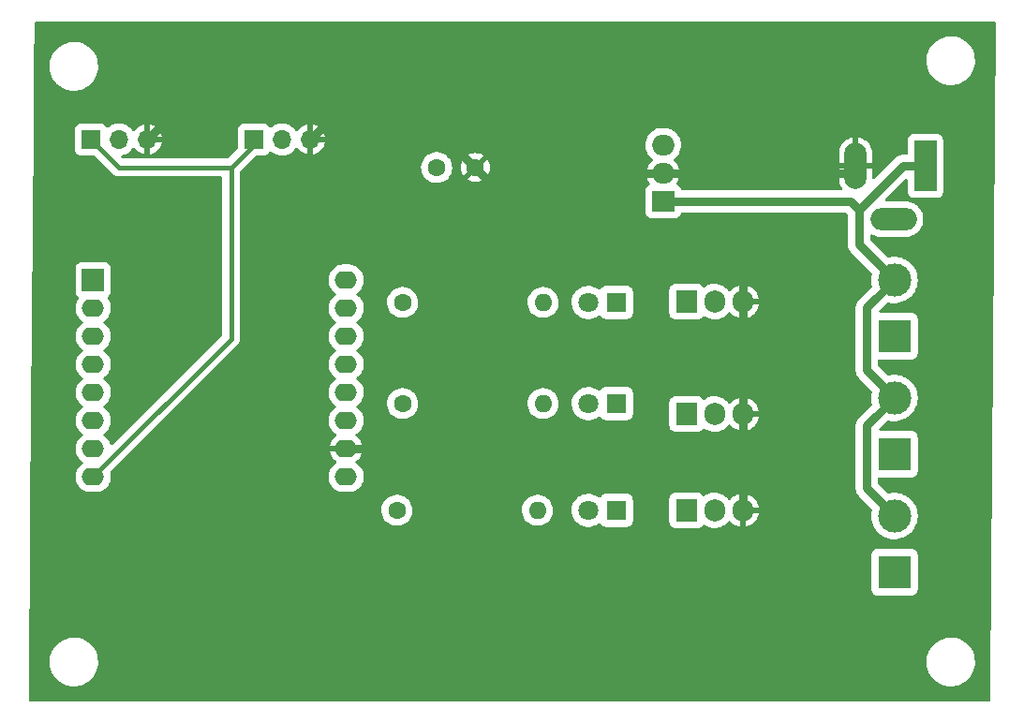
<source format=gbr>
%TF.GenerationSoftware,KiCad,Pcbnew,(6.0.5)*%
%TF.CreationDate,2022-06-22T13:59:23+07:00*%
%TF.ProjectId,timer,74696d65-722e-46b6-9963-61645f706362,rev?*%
%TF.SameCoordinates,Original*%
%TF.FileFunction,Copper,L1,Top*%
%TF.FilePolarity,Positive*%
%FSLAX46Y46*%
G04 Gerber Fmt 4.6, Leading zero omitted, Abs format (unit mm)*
G04 Created by KiCad (PCBNEW (6.0.5)) date 2022-06-22 13:59:23*
%MOMM*%
%LPD*%
G01*
G04 APERTURE LIST*
%TA.AperFunction,ComponentPad*%
%ADD10R,1.700000X1.700000*%
%TD*%
%TA.AperFunction,ComponentPad*%
%ADD11O,1.700000X1.700000*%
%TD*%
%TA.AperFunction,ComponentPad*%
%ADD12C,1.600000*%
%TD*%
%TA.AperFunction,ComponentPad*%
%ADD13O,1.600000X1.600000*%
%TD*%
%TA.AperFunction,ComponentPad*%
%ADD14R,3.000000X3.000000*%
%TD*%
%TA.AperFunction,ComponentPad*%
%ADD15C,3.000000*%
%TD*%
%TA.AperFunction,ComponentPad*%
%ADD16O,2.000000X1.600000*%
%TD*%
%TA.AperFunction,ComponentPad*%
%ADD17R,2.000000X2.000000*%
%TD*%
%TA.AperFunction,ComponentPad*%
%ADD18R,1.800000X1.800000*%
%TD*%
%TA.AperFunction,ComponentPad*%
%ADD19C,1.800000*%
%TD*%
%TA.AperFunction,ComponentPad*%
%ADD20R,2.000000X4.600000*%
%TD*%
%TA.AperFunction,ComponentPad*%
%ADD21O,2.000000X4.200000*%
%TD*%
%TA.AperFunction,ComponentPad*%
%ADD22O,4.200000X2.000000*%
%TD*%
%TA.AperFunction,ComponentPad*%
%ADD23R,2.000000X1.905000*%
%TD*%
%TA.AperFunction,ComponentPad*%
%ADD24O,2.000000X1.905000*%
%TD*%
%TA.AperFunction,ComponentPad*%
%ADD25R,1.905000X2.000000*%
%TD*%
%TA.AperFunction,ComponentPad*%
%ADD26O,1.905000X2.000000*%
%TD*%
%TA.AperFunction,Conductor*%
%ADD27C,0.800000*%
%TD*%
%TA.AperFunction,Conductor*%
%ADD28C,0.400000*%
%TD*%
G04 APERTURE END LIST*
D10*
%TO.P,J1,1,Pin_1*%
%TO.N,+3V3*%
X55895000Y-74676000D03*
D11*
%TO.P,J1,2,Pin_2*%
%TO.N,/Start*%
X58435000Y-74676000D03*
%TO.P,J1,3,Pin_3*%
%TO.N,GND*%
X60975000Y-74676000D03*
%TD*%
D12*
%TO.P,R3,1*%
%TO.N,/YELLOW*%
X83566000Y-108204000D03*
D13*
%TO.P,R3,2*%
%TO.N,Net-(D3-Pad2)*%
X96266000Y-108204000D03*
%TD*%
D12*
%TO.P,R2,1*%
%TO.N,/RED*%
X84074000Y-89408000D03*
D13*
%TO.P,R2,2*%
%TO.N,Net-(D2-Pad2)*%
X96774000Y-89408000D03*
%TD*%
D14*
%TO.P,YELLOW,1,-*%
%TO.N,/L3*%
X128524000Y-113792000D03*
D15*
%TO.P,YELLOW,2,+*%
%TO.N,/Vin*%
X128524000Y-108712000D03*
%TD*%
D16*
%TO.P,U2,16,TX*%
%TO.N,unconnected-(U2-Pad16)*%
X78971000Y-87376000D03*
%TO.P,U2,15,RX*%
%TO.N,unconnected-(U2-Pad15)*%
X78971000Y-89916000D03*
%TO.P,U2,14,SCL/D1*%
%TO.N,unconnected-(U2-Pad14)*%
X78971000Y-92456000D03*
%TO.P,U2,13,SDA/D2*%
%TO.N,/RED*%
X78971000Y-94996000D03*
%TO.P,U2,12,D3*%
%TO.N,/GREEN*%
X78971000Y-97536000D03*
%TO.P,U2,11,D4*%
%TO.N,/YELLOW*%
X78971000Y-100076000D03*
%TO.P,U2,10,GND*%
%TO.N,GND*%
X78971000Y-102616000D03*
%TO.P,U2,9,5V*%
%TO.N,+5V*%
X78971000Y-105156000D03*
%TO.P,U2,8,3V3*%
%TO.N,+3V3*%
X56111000Y-105156000D03*
%TO.P,U2,7,CS/D8*%
%TO.N,unconnected-(U2-Pad7)*%
X56111000Y-102616000D03*
%TO.P,U2,6,MOSI/D7*%
%TO.N,unconnected-(U2-Pad6)*%
X56111000Y-100076000D03*
%TO.P,U2,5,MISO/D6*%
%TO.N,/Stop*%
X56111000Y-97536000D03*
%TO.P,U2,4,SCK/D5*%
%TO.N,/Start*%
X56111000Y-94996000D03*
%TO.P,U2,3,D0*%
%TO.N,unconnected-(U2-Pad3)*%
X56111000Y-92456000D03*
%TO.P,U2,2,A0*%
%TO.N,unconnected-(U2-Pad2)*%
X56111000Y-89916000D03*
D17*
%TO.P,U2,1,~{RST}*%
%TO.N,unconnected-(U2-Pad1)*%
X56111000Y-87376000D03*
%TD*%
D18*
%TO.P,D1,1,K*%
%TO.N,Net-(D1-Pad1)*%
X103383000Y-98552000D03*
D19*
%TO.P,D1,2,A*%
%TO.N,Net-(D1-Pad2)*%
X100843000Y-98552000D03*
%TD*%
D12*
%TO.P,C2,2*%
%TO.N,GND*%
X90650000Y-77216000D03*
%TO.P,C2,1*%
%TO.N,+5V*%
X87150000Y-77216000D03*
%TD*%
D18*
%TO.P,D2,1,K*%
%TO.N,Net-(D2-Pad1)*%
X103383000Y-89408000D03*
D19*
%TO.P,D2,2,A*%
%TO.N,Net-(D2-Pad2)*%
X100843000Y-89408000D03*
%TD*%
D14*
%TO.P,RED,1,-*%
%TO.N,/L1*%
X128524000Y-103124000D03*
D15*
%TO.P,RED,2,+*%
%TO.N,/Vin*%
X128524000Y-98044000D03*
%TD*%
D14*
%TO.P,GREEN,1,-*%
%TO.N,/L2*%
X128524000Y-92456000D03*
D15*
%TO.P,GREEN,2,+*%
%TO.N,/Vin*%
X128524000Y-87376000D03*
%TD*%
D20*
%TO.P,Input1,1,Pin_1*%
%TO.N,/Vin*%
X131318000Y-77074000D03*
D21*
%TO.P,Input1,2,Pin_2*%
%TO.N,GND*%
X125018000Y-77074000D03*
D22*
%TO.P,Input1,3*%
%TO.N,N/C*%
X128418000Y-81874000D03*
%TD*%
D10*
%TO.P,J2,1,Pin_1*%
%TO.N,+3V3*%
X70627000Y-74676000D03*
D11*
%TO.P,J2,2,Pin_2*%
%TO.N,/Stop*%
X73167000Y-74676000D03*
%TO.P,J2,3,Pin_3*%
%TO.N,GND*%
X75707000Y-74676000D03*
%TD*%
D23*
%TO.P,U1,1,VI*%
%TO.N,/Vin*%
X107625000Y-80264000D03*
D24*
%TO.P,U1,2,GND*%
%TO.N,GND*%
X107625000Y-77724000D03*
%TO.P,U1,3,VO*%
%TO.N,+5V*%
X107625000Y-75184000D03*
%TD*%
D25*
%TO.P,Q2,1,B*%
%TO.N,Net-(D2-Pad1)*%
X109728000Y-89337000D03*
D26*
%TO.P,Q2,2,C*%
%TO.N,/L2*%
X112268000Y-89337000D03*
%TO.P,Q2,3,E*%
%TO.N,GND*%
X114808000Y-89337000D03*
%TD*%
D12*
%TO.P,R1,1*%
%TO.N,/GREEN*%
X84074000Y-98552000D03*
D13*
%TO.P,R1,2*%
%TO.N,Net-(D1-Pad2)*%
X96774000Y-98552000D03*
%TD*%
D25*
%TO.P,Q3,1,B*%
%TO.N,Net-(D3-Pad1)*%
X109728000Y-108204000D03*
D26*
%TO.P,Q3,2,C*%
%TO.N,/L3*%
X112268000Y-108204000D03*
%TO.P,Q3,3,E*%
%TO.N,GND*%
X114808000Y-108204000D03*
%TD*%
D18*
%TO.P,D3,1,K*%
%TO.N,Net-(D3-Pad1)*%
X103383000Y-108204000D03*
D19*
%TO.P,D3,2,A*%
%TO.N,Net-(D3-Pad2)*%
X100843000Y-108204000D03*
%TD*%
D25*
%TO.P,Q1,1,B*%
%TO.N,Net-(D1-Pad1)*%
X109728000Y-99497000D03*
D26*
%TO.P,Q1,2,C*%
%TO.N,/L1*%
X112268000Y-99497000D03*
%TO.P,Q1,3,E*%
%TO.N,GND*%
X114808000Y-99497000D03*
%TD*%
D27*
%TO.N,/Vin*%
X124536708Y-80264000D02*
X107625000Y-80264000D01*
X125318480Y-81045772D02*
X124536708Y-80264000D01*
%TO.N,GND*%
X112333000Y-85062000D02*
X93190000Y-85062000D01*
X114808000Y-87537000D02*
X112333000Y-85062000D01*
X93190000Y-85062000D02*
X93190000Y-79756000D01*
X93190000Y-99850000D02*
X93190000Y-85062000D01*
X114808000Y-89337000D02*
X114808000Y-87537000D01*
X124368000Y-77724000D02*
X125018000Y-77074000D01*
X104648000Y-77724000D02*
X124368000Y-77724000D01*
X95222000Y-77724000D02*
X93190000Y-79756000D01*
X104648000Y-77724000D02*
X95222000Y-77724000D01*
D28*
%TO.N,+3V3*%
X68580000Y-92687000D02*
X68580000Y-77216000D01*
X56111000Y-105156000D02*
X68580000Y-92687000D01*
X58435000Y-77216000D02*
X55895000Y-74676000D01*
X68580000Y-77216000D02*
X58435000Y-77216000D01*
X70627000Y-75169000D02*
X68580000Y-77216000D01*
X70627000Y-74676000D02*
X70627000Y-75169000D01*
D27*
%TO.N,GND*%
X63007000Y-72644000D02*
X60975000Y-74676000D01*
X77739000Y-72644000D02*
X63007000Y-72644000D01*
X77739000Y-72644000D02*
X75707000Y-74676000D01*
X86078000Y-72644000D02*
X77739000Y-72644000D01*
X90650000Y-77216000D02*
X86078000Y-72644000D01*
X90424000Y-102616000D02*
X93190000Y-99850000D01*
X78971000Y-102616000D02*
X90424000Y-102616000D01*
X93190000Y-79756000D02*
X90650000Y-77216000D01*
D28*
%TO.N,/Stop*%
X73675000Y-74676000D02*
X73660000Y-74676000D01*
D27*
%TO.N,GND*%
X114808000Y-99497000D02*
X114808000Y-108204000D01*
X114808000Y-89337000D02*
X114808000Y-99497000D01*
%TO.N,/Vin*%
X126024489Y-106212489D02*
X128524000Y-108712000D01*
X126024489Y-100543511D02*
X126024489Y-106212489D01*
X128524000Y-98044000D02*
X126024489Y-100543511D01*
X126024489Y-95544489D02*
X128524000Y-98044000D01*
X126024489Y-89875511D02*
X126024489Y-95544489D01*
X128524000Y-87376000D02*
X126024489Y-89875511D01*
X125318480Y-81045772D02*
X125318480Y-84170480D01*
X129290252Y-77074000D02*
X125318480Y-81045772D01*
X131318000Y-77074000D02*
X129290252Y-77074000D01*
X125318480Y-84170480D02*
X128524000Y-87376000D01*
%TD*%
%TA.AperFunction,Conductor*%
%TO.N,GND*%
G36*
X137609075Y-64028002D02*
G01*
X137655568Y-64081658D01*
X137666950Y-64135041D01*
X137587416Y-73758651D01*
X137171203Y-124120500D01*
X137161033Y-125351041D01*
X137140468Y-125418994D01*
X137086430Y-125465042D01*
X137035037Y-125476000D01*
X50419046Y-125476000D01*
X50350925Y-125455998D01*
X50304432Y-125402342D01*
X50293050Y-125348959D01*
X50321007Y-121966187D01*
X52151059Y-121966187D01*
X52176536Y-122257399D01*
X52240305Y-122542683D01*
X52341244Y-122817027D01*
X52343188Y-122820715D01*
X52343192Y-122820723D01*
X52475627Y-123071908D01*
X52477580Y-123075612D01*
X52646918Y-123313893D01*
X52846283Y-123527686D01*
X53072171Y-123713233D01*
X53320616Y-123867275D01*
X53587250Y-123987105D01*
X53673923Y-124012944D01*
X53863394Y-124069428D01*
X53863402Y-124069430D01*
X53867391Y-124070619D01*
X53871508Y-124071271D01*
X53871512Y-124071272D01*
X54152649Y-124115799D01*
X54152654Y-124115799D01*
X54156117Y-124116348D01*
X54205069Y-124118571D01*
X54246128Y-124120436D01*
X54246147Y-124120436D01*
X54247547Y-124120500D01*
X54430151Y-124120500D01*
X54432243Y-124120361D01*
X54432245Y-124120361D01*
X54643511Y-124106329D01*
X54647682Y-124106052D01*
X54651776Y-124105227D01*
X54651780Y-124105226D01*
X54789095Y-124077538D01*
X54934239Y-124048272D01*
X55210637Y-123953100D01*
X55214370Y-123951231D01*
X55214374Y-123951229D01*
X55468276Y-123824084D01*
X55468278Y-123824083D01*
X55472020Y-123822209D01*
X55629135Y-123715434D01*
X55710336Y-123660250D01*
X55710339Y-123660248D01*
X55713795Y-123657899D01*
X55931716Y-123463055D01*
X56121953Y-123241102D01*
X56124228Y-123237599D01*
X56278892Y-122999437D01*
X56278894Y-122999434D01*
X56281164Y-122995938D01*
X56406552Y-122731871D01*
X56495914Y-122453541D01*
X56547681Y-122165836D01*
X56556747Y-121966187D01*
X131399059Y-121966187D01*
X131424536Y-122257399D01*
X131488305Y-122542683D01*
X131589244Y-122817027D01*
X131591188Y-122820715D01*
X131591192Y-122820723D01*
X131723627Y-123071908D01*
X131725580Y-123075612D01*
X131894918Y-123313893D01*
X132094283Y-123527686D01*
X132320171Y-123713233D01*
X132568616Y-123867275D01*
X132835250Y-123987105D01*
X132921923Y-124012944D01*
X133111394Y-124069428D01*
X133111402Y-124069430D01*
X133115391Y-124070619D01*
X133119508Y-124071271D01*
X133119512Y-124071272D01*
X133400649Y-124115799D01*
X133400654Y-124115799D01*
X133404117Y-124116348D01*
X133453069Y-124118571D01*
X133494128Y-124120436D01*
X133494147Y-124120436D01*
X133495547Y-124120500D01*
X133678151Y-124120500D01*
X133680243Y-124120361D01*
X133680245Y-124120361D01*
X133891511Y-124106329D01*
X133895682Y-124106052D01*
X133899776Y-124105227D01*
X133899780Y-124105226D01*
X134037095Y-124077538D01*
X134182239Y-124048272D01*
X134458637Y-123953100D01*
X134462370Y-123951231D01*
X134462374Y-123951229D01*
X134716276Y-123824084D01*
X134716278Y-123824083D01*
X134720020Y-123822209D01*
X134877135Y-123715434D01*
X134958336Y-123660250D01*
X134958339Y-123660248D01*
X134961795Y-123657899D01*
X135179716Y-123463055D01*
X135369953Y-123241102D01*
X135372228Y-123237599D01*
X135526892Y-122999437D01*
X135526894Y-122999434D01*
X135529164Y-122995938D01*
X135654552Y-122731871D01*
X135743914Y-122453541D01*
X135795681Y-122165836D01*
X135808941Y-121873813D01*
X135783464Y-121582601D01*
X135719695Y-121297317D01*
X135618756Y-121022973D01*
X135616812Y-121019285D01*
X135616808Y-121019277D01*
X135484373Y-120768092D01*
X135484372Y-120768091D01*
X135482420Y-120764388D01*
X135313082Y-120526107D01*
X135113717Y-120312314D01*
X134887829Y-120126767D01*
X134639384Y-119972725D01*
X134372750Y-119852895D01*
X134286077Y-119827056D01*
X134096606Y-119770572D01*
X134096598Y-119770570D01*
X134092609Y-119769381D01*
X134088492Y-119768729D01*
X134088488Y-119768728D01*
X133807351Y-119724201D01*
X133807346Y-119724201D01*
X133803883Y-119723652D01*
X133754931Y-119721429D01*
X133713872Y-119719564D01*
X133713853Y-119719564D01*
X133712453Y-119719500D01*
X133529849Y-119719500D01*
X133527757Y-119719639D01*
X133527755Y-119719639D01*
X133374316Y-119729830D01*
X133312318Y-119733948D01*
X133308224Y-119734773D01*
X133308220Y-119734774D01*
X133170905Y-119762462D01*
X133025761Y-119791728D01*
X132749363Y-119886900D01*
X132745630Y-119888769D01*
X132745626Y-119888771D01*
X132573581Y-119974925D01*
X132487980Y-120017791D01*
X132484515Y-120020146D01*
X132327627Y-120126767D01*
X132246205Y-120182101D01*
X132028284Y-120376945D01*
X131838047Y-120598898D01*
X131835773Y-120602400D01*
X131835772Y-120602401D01*
X131732793Y-120760976D01*
X131678836Y-120844062D01*
X131553448Y-121108129D01*
X131464086Y-121386459D01*
X131412319Y-121674164D01*
X131399059Y-121966187D01*
X56556747Y-121966187D01*
X56560941Y-121873813D01*
X56535464Y-121582601D01*
X56471695Y-121297317D01*
X56370756Y-121022973D01*
X56368812Y-121019285D01*
X56368808Y-121019277D01*
X56236373Y-120768092D01*
X56236372Y-120768091D01*
X56234420Y-120764388D01*
X56065082Y-120526107D01*
X55865717Y-120312314D01*
X55639829Y-120126767D01*
X55391384Y-119972725D01*
X55124750Y-119852895D01*
X55038077Y-119827056D01*
X54848606Y-119770572D01*
X54848598Y-119770570D01*
X54844609Y-119769381D01*
X54840492Y-119768729D01*
X54840488Y-119768728D01*
X54559351Y-119724201D01*
X54559346Y-119724201D01*
X54555883Y-119723652D01*
X54506931Y-119721429D01*
X54465872Y-119719564D01*
X54465853Y-119719564D01*
X54464453Y-119719500D01*
X54281849Y-119719500D01*
X54279757Y-119719639D01*
X54279755Y-119719639D01*
X54126316Y-119729830D01*
X54064318Y-119733948D01*
X54060224Y-119734773D01*
X54060220Y-119734774D01*
X53922905Y-119762462D01*
X53777761Y-119791728D01*
X53501363Y-119886900D01*
X53497630Y-119888769D01*
X53497626Y-119888771D01*
X53325581Y-119974925D01*
X53239980Y-120017791D01*
X53236515Y-120020146D01*
X53079627Y-120126767D01*
X52998205Y-120182101D01*
X52780284Y-120376945D01*
X52590047Y-120598898D01*
X52587773Y-120602400D01*
X52587772Y-120602401D01*
X52484793Y-120760976D01*
X52430836Y-120844062D01*
X52305448Y-121108129D01*
X52216086Y-121386459D01*
X52164319Y-121674164D01*
X52151059Y-121966187D01*
X50321007Y-121966187D01*
X50401284Y-112252639D01*
X126423500Y-112252639D01*
X126423501Y-115331360D01*
X126438956Y-115448762D01*
X126499464Y-115594841D01*
X126595718Y-115720282D01*
X126721159Y-115816536D01*
X126867238Y-115877044D01*
X126875426Y-115878122D01*
X126980545Y-115891961D01*
X126984639Y-115892500D01*
X128523813Y-115892500D01*
X130063360Y-115892499D01*
X130067444Y-115891961D01*
X130067450Y-115891961D01*
X130172575Y-115878122D01*
X130172577Y-115878122D01*
X130180762Y-115877044D01*
X130326841Y-115816536D01*
X130452282Y-115720282D01*
X130548536Y-115594841D01*
X130609044Y-115448762D01*
X130624500Y-115331361D01*
X130624499Y-112252640D01*
X130609044Y-112135238D01*
X130548536Y-111989159D01*
X130452282Y-111863718D01*
X130326841Y-111767464D01*
X130180762Y-111706956D01*
X130172574Y-111705878D01*
X130067448Y-111692038D01*
X130067447Y-111692038D01*
X130063361Y-111691500D01*
X128524187Y-111691500D01*
X126984640Y-111691501D01*
X126980556Y-111692039D01*
X126980550Y-111692039D01*
X126875425Y-111705878D01*
X126875423Y-111705878D01*
X126867238Y-111706956D01*
X126721159Y-111767464D01*
X126595718Y-111863718D01*
X126499464Y-111989159D01*
X126438956Y-112135238D01*
X126423500Y-112252639D01*
X50401284Y-112252639D01*
X50413559Y-110767352D01*
X50435027Y-108169665D01*
X82161119Y-108169665D01*
X82161416Y-108174817D01*
X82161416Y-108174821D01*
X82166864Y-108269296D01*
X82174376Y-108399580D01*
X82175513Y-108404626D01*
X82175514Y-108404632D01*
X82204014Y-108531092D01*
X82225006Y-108624242D01*
X82226948Y-108629024D01*
X82226949Y-108629028D01*
X82309705Y-108832831D01*
X82311649Y-108837618D01*
X82431979Y-109033978D01*
X82582763Y-109208048D01*
X82759953Y-109355154D01*
X82958790Y-109471345D01*
X83173934Y-109553501D01*
X83179000Y-109554532D01*
X83179001Y-109554532D01*
X83202098Y-109559231D01*
X83399607Y-109599414D01*
X83527455Y-109604102D01*
X83624585Y-109607664D01*
X83624589Y-109607664D01*
X83629749Y-109607853D01*
X83634869Y-109607197D01*
X83634871Y-109607197D01*
X83704272Y-109598307D01*
X83858178Y-109578591D01*
X83863126Y-109577106D01*
X83863133Y-109577105D01*
X84073811Y-109513898D01*
X84073810Y-109513898D01*
X84078761Y-109512413D01*
X84285574Y-109411096D01*
X84473062Y-109277363D01*
X84636190Y-109114803D01*
X84650054Y-109095510D01*
X84767559Y-108931983D01*
X84770577Y-108927783D01*
X84872615Y-108721325D01*
X84933488Y-108520970D01*
X84938059Y-108505927D01*
X84938060Y-108505921D01*
X84939563Y-108500975D01*
X84969622Y-108272649D01*
X84971300Y-108204000D01*
X84968477Y-108169665D01*
X94861119Y-108169665D01*
X94861416Y-108174817D01*
X94861416Y-108174821D01*
X94866864Y-108269296D01*
X94874376Y-108399580D01*
X94875513Y-108404626D01*
X94875514Y-108404632D01*
X94904014Y-108531092D01*
X94925006Y-108624242D01*
X94926948Y-108629024D01*
X94926949Y-108629028D01*
X95009705Y-108832831D01*
X95011649Y-108837618D01*
X95131979Y-109033978D01*
X95282763Y-109208048D01*
X95459953Y-109355154D01*
X95658790Y-109471345D01*
X95873934Y-109553501D01*
X95879000Y-109554532D01*
X95879001Y-109554532D01*
X95902098Y-109559231D01*
X96099607Y-109599414D01*
X96227455Y-109604102D01*
X96324585Y-109607664D01*
X96324589Y-109607664D01*
X96329749Y-109607853D01*
X96334869Y-109607197D01*
X96334871Y-109607197D01*
X96404272Y-109598307D01*
X96558178Y-109578591D01*
X96563126Y-109577106D01*
X96563133Y-109577105D01*
X96773811Y-109513898D01*
X96773810Y-109513898D01*
X96778761Y-109512413D01*
X96985574Y-109411096D01*
X97173062Y-109277363D01*
X97336190Y-109114803D01*
X97350054Y-109095510D01*
X97467559Y-108931983D01*
X97470577Y-108927783D01*
X97572615Y-108721325D01*
X97633488Y-108520970D01*
X97638059Y-108505927D01*
X97638060Y-108505921D01*
X97639563Y-108500975D01*
X97669622Y-108272649D01*
X97671300Y-108204000D01*
X97668276Y-108167214D01*
X99337806Y-108167214D01*
X99338103Y-108172366D01*
X99338103Y-108172370D01*
X99344077Y-108275971D01*
X99352010Y-108413545D01*
X99353147Y-108418591D01*
X99353148Y-108418597D01*
X99370557Y-108495846D01*
X99406255Y-108654249D01*
X99499084Y-108882861D01*
X99628006Y-109093241D01*
X99789557Y-109279741D01*
X99793532Y-109283041D01*
X99793535Y-109283044D01*
X99843520Y-109324542D01*
X99979399Y-109437351D01*
X100192433Y-109561838D01*
X100197253Y-109563678D01*
X100197258Y-109563681D01*
X100311217Y-109607197D01*
X100422939Y-109649859D01*
X100428007Y-109650890D01*
X100428010Y-109650891D01*
X100505512Y-109666659D01*
X100664726Y-109699052D01*
X100669899Y-109699242D01*
X100669902Y-109699242D01*
X100906136Y-109707904D01*
X100906140Y-109707904D01*
X100911300Y-109708093D01*
X100916420Y-109707437D01*
X100916422Y-109707437D01*
X100992703Y-109697665D01*
X101156041Y-109676741D01*
X101160990Y-109675256D01*
X101160996Y-109675255D01*
X101383988Y-109608354D01*
X101392374Y-109605838D01*
X101540167Y-109533435D01*
X101609303Y-109499566D01*
X101609308Y-109499563D01*
X101613954Y-109497287D01*
X101782912Y-109376770D01*
X101849984Y-109353498D01*
X101918992Y-109370181D01*
X101956890Y-109408049D01*
X101958464Y-109406841D01*
X102010496Y-109474650D01*
X102054718Y-109532282D01*
X102061264Y-109537305D01*
X102079967Y-109551656D01*
X102180159Y-109628536D01*
X102326238Y-109689044D01*
X102334426Y-109690122D01*
X102439545Y-109703961D01*
X102443639Y-109704500D01*
X103382886Y-109704500D01*
X104322360Y-109704499D01*
X104326444Y-109703961D01*
X104326450Y-109703961D01*
X104431575Y-109690122D01*
X104431577Y-109690122D01*
X104439762Y-109689044D01*
X104585841Y-109628536D01*
X104686033Y-109551656D01*
X104704736Y-109537305D01*
X104711282Y-109532282D01*
X104807536Y-109406841D01*
X104868044Y-109260762D01*
X104883500Y-109143361D01*
X104883499Y-107264640D01*
X104882424Y-107256468D01*
X104870335Y-107164639D01*
X108175000Y-107164639D01*
X108175001Y-109243360D01*
X108175539Y-109247444D01*
X108175539Y-109247450D01*
X108189378Y-109352575D01*
X108190456Y-109360762D01*
X108250964Y-109506841D01*
X108347218Y-109632282D01*
X108472659Y-109728536D01*
X108618738Y-109789044D01*
X108626926Y-109790122D01*
X108732045Y-109803961D01*
X108736139Y-109804500D01*
X109727879Y-109804500D01*
X110719860Y-109804499D01*
X110723944Y-109803961D01*
X110723950Y-109803961D01*
X110829075Y-109790122D01*
X110829077Y-109790122D01*
X110837262Y-109789044D01*
X110983341Y-109728536D01*
X111108782Y-109632282D01*
X111113805Y-109625736D01*
X111113809Y-109625732D01*
X111181605Y-109537379D01*
X111238943Y-109495512D01*
X111309814Y-109491290D01*
X111361542Y-109516718D01*
X111378799Y-109530893D01*
X111472991Y-109585714D01*
X111584976Y-109650891D01*
X111594788Y-109656602D01*
X111599511Y-109658415D01*
X111823368Y-109744346D01*
X111823371Y-109744347D01*
X111828097Y-109746161D01*
X112072724Y-109797266D01*
X112077773Y-109797495D01*
X112077779Y-109797496D01*
X112191740Y-109802671D01*
X112322375Y-109808603D01*
X112327395Y-109808022D01*
X112327399Y-109808022D01*
X112438866Y-109795124D01*
X112570627Y-109779879D01*
X112575501Y-109778500D01*
X112575505Y-109778499D01*
X112806224Y-109713212D01*
X112806226Y-109713211D01*
X112811093Y-109711834D01*
X112815668Y-109709700D01*
X112815675Y-109709698D01*
X113033006Y-109608354D01*
X113037587Y-109606218D01*
X113041767Y-109603377D01*
X113041771Y-109603375D01*
X113144684Y-109533435D01*
X113244281Y-109465749D01*
X113425858Y-109294040D01*
X113436791Y-109279741D01*
X113496734Y-109201338D01*
X113553999Y-109159370D01*
X113624862Y-109155025D01*
X113690024Y-109193068D01*
X113805050Y-109319481D01*
X113812583Y-109326506D01*
X113992944Y-109468945D01*
X114001531Y-109474650D01*
X114202722Y-109585714D01*
X114212134Y-109589944D01*
X114428768Y-109666659D01*
X114438739Y-109669293D01*
X114536163Y-109686647D01*
X114549460Y-109685187D01*
X114553543Y-109672096D01*
X115062000Y-109672096D01*
X115065918Y-109685440D01*
X115080194Y-109687427D01*
X115142515Y-109677890D01*
X115152543Y-109675501D01*
X115370988Y-109604102D01*
X115380497Y-109600105D01*
X115584344Y-109493989D01*
X115593069Y-109488495D01*
X115776852Y-109350507D01*
X115784559Y-109343664D01*
X115943339Y-109177509D01*
X115949826Y-109169499D01*
X116079330Y-108979653D01*
X116084429Y-108970679D01*
X116181187Y-108762231D01*
X116184750Y-108752544D01*
X116246165Y-108531092D01*
X116248096Y-108520970D01*
X116252901Y-108476013D01*
X116250253Y-108461392D01*
X116237876Y-108458000D01*
X115080115Y-108458000D01*
X115064876Y-108462475D01*
X115063671Y-108463865D01*
X115062000Y-108471548D01*
X115062000Y-109672096D01*
X114553543Y-109672096D01*
X114554000Y-109670630D01*
X114554000Y-107931885D01*
X115062000Y-107931885D01*
X115066475Y-107947124D01*
X115067865Y-107948329D01*
X115075548Y-107950000D01*
X116238412Y-107950000D01*
X116253141Y-107945675D01*
X116255202Y-107933889D01*
X116254249Y-107922296D01*
X116252567Y-107912134D01*
X116196578Y-107689229D01*
X116193259Y-107679481D01*
X116101615Y-107468711D01*
X116096749Y-107459636D01*
X115971915Y-107266673D01*
X115965622Y-107258502D01*
X115810950Y-107088520D01*
X115803417Y-107081494D01*
X115623056Y-106939055D01*
X115614469Y-106933350D01*
X115413278Y-106822286D01*
X115403866Y-106818056D01*
X115187232Y-106741341D01*
X115177261Y-106738707D01*
X115079837Y-106721353D01*
X115066540Y-106722813D01*
X115062000Y-106737370D01*
X115062000Y-107931885D01*
X114554000Y-107931885D01*
X114554000Y-106735904D01*
X114550082Y-106722560D01*
X114535806Y-106720573D01*
X114473485Y-106730110D01*
X114463457Y-106732499D01*
X114245012Y-106803898D01*
X114235503Y-106807895D01*
X114031656Y-106914011D01*
X114022931Y-106919505D01*
X113839148Y-107057493D01*
X113831441Y-107064336D01*
X113689138Y-107213247D01*
X113627613Y-107248677D01*
X113556701Y-107245220D01*
X113503530Y-107209521D01*
X113477828Y-107180367D01*
X113460358Y-107160552D01*
X113353662Y-107039528D01*
X113353659Y-107039525D01*
X113350314Y-107035731D01*
X113308225Y-107001159D01*
X113161107Y-106880315D01*
X113161104Y-106880313D01*
X113157201Y-106877107D01*
X112982998Y-106775718D01*
X112945580Y-106753940D01*
X112945578Y-106753939D01*
X112941212Y-106751398D01*
X112933165Y-106748309D01*
X112712632Y-106663654D01*
X112712629Y-106663653D01*
X112707903Y-106661839D01*
X112463276Y-106610734D01*
X112458227Y-106610505D01*
X112458221Y-106610504D01*
X112344260Y-106605329D01*
X112213625Y-106599397D01*
X112208605Y-106599978D01*
X112208601Y-106599978D01*
X112110699Y-106611306D01*
X111965373Y-106628121D01*
X111960499Y-106629500D01*
X111960495Y-106629501D01*
X111729776Y-106694788D01*
X111729774Y-106694789D01*
X111724907Y-106696166D01*
X111720332Y-106698300D01*
X111720325Y-106698302D01*
X111601010Y-106753940D01*
X111498413Y-106801782D01*
X111353846Y-106900030D01*
X111286263Y-106921775D01*
X111217651Y-106903531D01*
X111183063Y-106872521D01*
X111113809Y-106782268D01*
X111113805Y-106782264D01*
X111108782Y-106775718D01*
X110983341Y-106679464D01*
X110837262Y-106618956D01*
X110774908Y-106610747D01*
X110723948Y-106604038D01*
X110723947Y-106604038D01*
X110719861Y-106603500D01*
X109728121Y-106603500D01*
X108736140Y-106603501D01*
X108732056Y-106604039D01*
X108732050Y-106604039D01*
X108626925Y-106617878D01*
X108626923Y-106617878D01*
X108618738Y-106618956D01*
X108472659Y-106679464D01*
X108347218Y-106775718D01*
X108250964Y-106901159D01*
X108190456Y-107047238D01*
X108175000Y-107164639D01*
X104870335Y-107164639D01*
X104869122Y-107155425D01*
X104869122Y-107155423D01*
X104868044Y-107147238D01*
X104807536Y-107001159D01*
X104729936Y-106900029D01*
X104716305Y-106882264D01*
X104711282Y-106875718D01*
X104585841Y-106779464D01*
X104439762Y-106718956D01*
X104334051Y-106705039D01*
X104326448Y-106704038D01*
X104326447Y-106704038D01*
X104322361Y-106703500D01*
X103383114Y-106703500D01*
X102443640Y-106703501D01*
X102439556Y-106704039D01*
X102439550Y-106704039D01*
X102334425Y-106717878D01*
X102334423Y-106717878D01*
X102326238Y-106718956D01*
X102180159Y-106779464D01*
X102054718Y-106875718D01*
X102049695Y-106882264D01*
X102008527Y-106935915D01*
X101958464Y-107001159D01*
X101957165Y-107000162D01*
X101912725Y-107042540D01*
X101843012Y-107055979D01*
X101776891Y-107029431D01*
X101680264Y-106953119D01*
X101680259Y-106953116D01*
X101676210Y-106949918D01*
X101671694Y-106947425D01*
X101671691Y-106947423D01*
X101464722Y-106833170D01*
X101464718Y-106833168D01*
X101460198Y-106830673D01*
X101455329Y-106828949D01*
X101455325Y-106828947D01*
X101232485Y-106750035D01*
X101232481Y-106750034D01*
X101227610Y-106748309D01*
X101222517Y-106747402D01*
X101222514Y-106747401D01*
X100989783Y-106705945D01*
X100989777Y-106705944D01*
X100984694Y-106705039D01*
X100905324Y-106704069D01*
X100743142Y-106702088D01*
X100743140Y-106702088D01*
X100737972Y-106702025D01*
X100494070Y-106739347D01*
X100259540Y-106816003D01*
X100234675Y-106828947D01*
X100055542Y-106922198D01*
X100040679Y-106929935D01*
X100036546Y-106933038D01*
X100036543Y-106933040D01*
X99870787Y-107057493D01*
X99843364Y-107078083D01*
X99839792Y-107081821D01*
X99745620Y-107180367D01*
X99672896Y-107256468D01*
X99669982Y-107260740D01*
X99669981Y-107260741D01*
X99664509Y-107268763D01*
X99533851Y-107460300D01*
X99429965Y-107684104D01*
X99364026Y-107921871D01*
X99337806Y-108167214D01*
X97668276Y-108167214D01*
X97652430Y-107974478D01*
X97596326Y-107751120D01*
X97504496Y-107539924D01*
X97407848Y-107390529D01*
X97382215Y-107350906D01*
X97382213Y-107350903D01*
X97379405Y-107346563D01*
X97358774Y-107323889D01*
X97227890Y-107180051D01*
X97227889Y-107180050D01*
X97224412Y-107176229D01*
X97220361Y-107173030D01*
X97220357Y-107173026D01*
X97047735Y-107036697D01*
X97047730Y-107036693D01*
X97043681Y-107033496D01*
X97039165Y-107031003D01*
X97039162Y-107031001D01*
X96846589Y-106924695D01*
X96846585Y-106924693D01*
X96842065Y-106922198D01*
X96837196Y-106920474D01*
X96837192Y-106920472D01*
X96629853Y-106847049D01*
X96629849Y-106847048D01*
X96624978Y-106845323D01*
X96619885Y-106844416D01*
X96619882Y-106844415D01*
X96523707Y-106827284D01*
X96398250Y-106804937D01*
X96311802Y-106803881D01*
X96173141Y-106802186D01*
X96173139Y-106802186D01*
X96167971Y-106802123D01*
X95940325Y-106836958D01*
X95721424Y-106908506D01*
X95716832Y-106910896D01*
X95716833Y-106910896D01*
X95543440Y-107001159D01*
X95517149Y-107014845D01*
X95332984Y-107153119D01*
X95173877Y-107319616D01*
X95044099Y-107509863D01*
X95041923Y-107514552D01*
X95041919Y-107514558D01*
X94960840Y-107689229D01*
X94947136Y-107718752D01*
X94945752Y-107723744D01*
X94889382Y-107927008D01*
X94885592Y-107940673D01*
X94885043Y-107945810D01*
X94864100Y-108141776D01*
X94861119Y-108169665D01*
X84968477Y-108169665D01*
X84952430Y-107974478D01*
X84896326Y-107751120D01*
X84804496Y-107539924D01*
X84707848Y-107390529D01*
X84682215Y-107350906D01*
X84682213Y-107350903D01*
X84679405Y-107346563D01*
X84658774Y-107323889D01*
X84527890Y-107180051D01*
X84527889Y-107180050D01*
X84524412Y-107176229D01*
X84520361Y-107173030D01*
X84520357Y-107173026D01*
X84347735Y-107036697D01*
X84347730Y-107036693D01*
X84343681Y-107033496D01*
X84339165Y-107031003D01*
X84339162Y-107031001D01*
X84146589Y-106924695D01*
X84146585Y-106924693D01*
X84142065Y-106922198D01*
X84137196Y-106920474D01*
X84137192Y-106920472D01*
X83929853Y-106847049D01*
X83929849Y-106847048D01*
X83924978Y-106845323D01*
X83919885Y-106844416D01*
X83919882Y-106844415D01*
X83823707Y-106827284D01*
X83698250Y-106804937D01*
X83611802Y-106803881D01*
X83473141Y-106802186D01*
X83473139Y-106802186D01*
X83467971Y-106802123D01*
X83240325Y-106836958D01*
X83021424Y-106908506D01*
X83016832Y-106910896D01*
X83016833Y-106910896D01*
X82843440Y-107001159D01*
X82817149Y-107014845D01*
X82632984Y-107153119D01*
X82473877Y-107319616D01*
X82344099Y-107509863D01*
X82341923Y-107514552D01*
X82341919Y-107514558D01*
X82260840Y-107689229D01*
X82247136Y-107718752D01*
X82245752Y-107723744D01*
X82189382Y-107927008D01*
X82185592Y-107940673D01*
X82185043Y-107945810D01*
X82164100Y-108141776D01*
X82161119Y-108169665D01*
X50435027Y-108169665D01*
X50719184Y-73786639D01*
X54444500Y-73786639D01*
X54444501Y-75565360D01*
X54445039Y-75569444D01*
X54445039Y-75569450D01*
X54458878Y-75674575D01*
X54459956Y-75682762D01*
X54520464Y-75828841D01*
X54547865Y-75864551D01*
X54610510Y-75946191D01*
X54616718Y-75954282D01*
X54742159Y-76050536D01*
X54888238Y-76111044D01*
X54896426Y-76112122D01*
X55001545Y-76125961D01*
X55005639Y-76126500D01*
X55094048Y-76126500D01*
X56161231Y-76126499D01*
X56229352Y-76146501D01*
X56250326Y-76163404D01*
X57862481Y-77775559D01*
X57863410Y-77776497D01*
X57925859Y-77840268D01*
X57961904Y-77863498D01*
X57972229Y-77870917D01*
X58005734Y-77897663D01*
X58012074Y-77900728D01*
X58035553Y-77912079D01*
X58048964Y-77919605D01*
X58070893Y-77933737D01*
X58070898Y-77933739D01*
X58076817Y-77937554D01*
X58117099Y-77952216D01*
X58128829Y-77957170D01*
X58167422Y-77975827D01*
X58174283Y-77977411D01*
X58174286Y-77977412D01*
X58199700Y-77983279D01*
X58214444Y-77987646D01*
X58245578Y-77998978D01*
X58288120Y-78004352D01*
X58300636Y-78006582D01*
X58342410Y-78016226D01*
X58349451Y-78016251D01*
X58349454Y-78016251D01*
X58382582Y-78016367D01*
X58383455Y-78016396D01*
X58384283Y-78016500D01*
X58420737Y-78016500D01*
X58421177Y-78016501D01*
X58518507Y-78016841D01*
X58518510Y-78016841D01*
X58522000Y-78016853D01*
X58523188Y-78016587D01*
X58524800Y-78016500D01*
X67653500Y-78016500D01*
X67721621Y-78036502D01*
X67768114Y-78090158D01*
X67779500Y-78142500D01*
X67779500Y-92303232D01*
X67759498Y-92371353D01*
X67742595Y-92392327D01*
X57867363Y-102267559D01*
X57805051Y-102301585D01*
X57734236Y-102296520D01*
X57677400Y-102253973D01*
X57657991Y-102215482D01*
X57657281Y-102212096D01*
X57606076Y-102082436D01*
X57571941Y-101996002D01*
X57571940Y-101996000D01*
X57569980Y-101991037D01*
X57446681Y-101787847D01*
X57290910Y-101608336D01*
X57286784Y-101604953D01*
X57286780Y-101604949D01*
X57111247Y-101461022D01*
X57111248Y-101461022D01*
X57107120Y-101457638D01*
X57099211Y-101453136D01*
X57098102Y-101451987D01*
X57098083Y-101451974D01*
X57098086Y-101451970D01*
X57049902Y-101402056D01*
X57036037Y-101332426D01*
X57062018Y-101266354D01*
X57091171Y-101239111D01*
X57103253Y-101230977D01*
X57191732Y-101171409D01*
X57363705Y-101007355D01*
X57505579Y-100816670D01*
X57613295Y-100604807D01*
X57615197Y-100598684D01*
X57682193Y-100382919D01*
X57683775Y-100377824D01*
X57702894Y-100233575D01*
X57714304Y-100147494D01*
X57714304Y-100147491D01*
X57715004Y-100142211D01*
X57713894Y-100112631D01*
X57709515Y-99996014D01*
X57706087Y-99904705D01*
X57657281Y-99672096D01*
X57635178Y-99616127D01*
X57571941Y-99456002D01*
X57571940Y-99456000D01*
X57569980Y-99451037D01*
X57566406Y-99445146D01*
X57449448Y-99252407D01*
X57446681Y-99247847D01*
X57428495Y-99226889D01*
X57294410Y-99072369D01*
X57294408Y-99072367D01*
X57290910Y-99068336D01*
X57286784Y-99064953D01*
X57286780Y-99064949D01*
X57111247Y-98921022D01*
X57111248Y-98921022D01*
X57107120Y-98917638D01*
X57099211Y-98913136D01*
X57098102Y-98911987D01*
X57098083Y-98911974D01*
X57098086Y-98911970D01*
X57049902Y-98862056D01*
X57036037Y-98792426D01*
X57062018Y-98726354D01*
X57091171Y-98699111D01*
X57103251Y-98690978D01*
X57191732Y-98631409D01*
X57203012Y-98620649D01*
X57280162Y-98547051D01*
X57363705Y-98467355D01*
X57505579Y-98276670D01*
X57613295Y-98064807D01*
X57618985Y-98046484D01*
X57682193Y-97842919D01*
X57683775Y-97837824D01*
X57702763Y-97694563D01*
X57714304Y-97607494D01*
X57714304Y-97607491D01*
X57715004Y-97602211D01*
X57706087Y-97364705D01*
X57657281Y-97132096D01*
X57643148Y-97096309D01*
X57571941Y-96916002D01*
X57571940Y-96916000D01*
X57569980Y-96911037D01*
X57446681Y-96707847D01*
X57290910Y-96528336D01*
X57286784Y-96524953D01*
X57286780Y-96524949D01*
X57111247Y-96381022D01*
X57111248Y-96381022D01*
X57107120Y-96377638D01*
X57099211Y-96373136D01*
X57098102Y-96371987D01*
X57098083Y-96371974D01*
X57098086Y-96371970D01*
X57049902Y-96322056D01*
X57036037Y-96252426D01*
X57062018Y-96186354D01*
X57091171Y-96159111D01*
X57109944Y-96146472D01*
X57191732Y-96091409D01*
X57218714Y-96065670D01*
X57276207Y-96010824D01*
X57363705Y-95927355D01*
X57505579Y-95736670D01*
X57613295Y-95524807D01*
X57652079Y-95399904D01*
X57682193Y-95302919D01*
X57683775Y-95297824D01*
X57706010Y-95130069D01*
X57714304Y-95067494D01*
X57714304Y-95067491D01*
X57715004Y-95062211D01*
X57706087Y-94824705D01*
X57657281Y-94592096D01*
X57647720Y-94567886D01*
X57571941Y-94376002D01*
X57571940Y-94376000D01*
X57569980Y-94371037D01*
X57446681Y-94167847D01*
X57353935Y-94060966D01*
X57294410Y-93992369D01*
X57294408Y-93992367D01*
X57290910Y-93988336D01*
X57286784Y-93984953D01*
X57286780Y-93984949D01*
X57111247Y-93841022D01*
X57111248Y-93841022D01*
X57107120Y-93837638D01*
X57099211Y-93833136D01*
X57098102Y-93831987D01*
X57098083Y-93831974D01*
X57098086Y-93831970D01*
X57049902Y-93782056D01*
X57036037Y-93712426D01*
X57062018Y-93646354D01*
X57091171Y-93619111D01*
X57103251Y-93610978D01*
X57191732Y-93551409D01*
X57363705Y-93387355D01*
X57505579Y-93196670D01*
X57613295Y-92984807D01*
X57620714Y-92960916D01*
X57682193Y-92762919D01*
X57683775Y-92757824D01*
X57715004Y-92522211D01*
X57706087Y-92284705D01*
X57657281Y-92052096D01*
X57607954Y-91927193D01*
X57571941Y-91836002D01*
X57571940Y-91836000D01*
X57569980Y-91831037D01*
X57446681Y-91627847D01*
X57290910Y-91448336D01*
X57286784Y-91444953D01*
X57286780Y-91444949D01*
X57111247Y-91301022D01*
X57111248Y-91301022D01*
X57107120Y-91297638D01*
X57099211Y-91293136D01*
X57098102Y-91291987D01*
X57098083Y-91291974D01*
X57098086Y-91291970D01*
X57049902Y-91242056D01*
X57036037Y-91172426D01*
X57062018Y-91106354D01*
X57091171Y-91079111D01*
X57103251Y-91070978D01*
X57191732Y-91011409D01*
X57363705Y-90847355D01*
X57505579Y-90656670D01*
X57613295Y-90444807D01*
X57618420Y-90428304D01*
X57682193Y-90222919D01*
X57683775Y-90217824D01*
X57707130Y-90041618D01*
X57714304Y-89987494D01*
X57714304Y-89987491D01*
X57715004Y-89982211D01*
X57713070Y-89930684D01*
X57706287Y-89750036D01*
X57706087Y-89744705D01*
X57657281Y-89512096D01*
X57644594Y-89479971D01*
X57571941Y-89296002D01*
X57571940Y-89296000D01*
X57569980Y-89291037D01*
X57560353Y-89275171D01*
X57449448Y-89092407D01*
X57446681Y-89087847D01*
X57441025Y-89081329D01*
X57423692Y-89061353D01*
X57394153Y-88996793D01*
X57404208Y-88926512D01*
X57442154Y-88878812D01*
X57532732Y-88809309D01*
X57532736Y-88809305D01*
X57539282Y-88804282D01*
X57635536Y-88678841D01*
X57696044Y-88532762D01*
X57711500Y-88415361D01*
X57711499Y-86336640D01*
X57705248Y-86289149D01*
X57697122Y-86227425D01*
X57697122Y-86227423D01*
X57696044Y-86219238D01*
X57635536Y-86073159D01*
X57539282Y-85947718D01*
X57413841Y-85851464D01*
X57267762Y-85790956D01*
X57259574Y-85789878D01*
X57154448Y-85776038D01*
X57154447Y-85776038D01*
X57150361Y-85775500D01*
X56111127Y-85775500D01*
X55071640Y-85775501D01*
X55067556Y-85776039D01*
X55067550Y-85776039D01*
X54962425Y-85789878D01*
X54962423Y-85789878D01*
X54954238Y-85790956D01*
X54808159Y-85851464D01*
X54682718Y-85947718D01*
X54586464Y-86073159D01*
X54525956Y-86219238D01*
X54510500Y-86336639D01*
X54510501Y-88415360D01*
X54511039Y-88419444D01*
X54511039Y-88419450D01*
X54521691Y-88500366D01*
X54525956Y-88532762D01*
X54586464Y-88678841D01*
X54682718Y-88804282D01*
X54689264Y-88809305D01*
X54689267Y-88809308D01*
X54781419Y-88880018D01*
X54823287Y-88937356D01*
X54827509Y-89008227D01*
X54805805Y-89055194D01*
X54716421Y-89175330D01*
X54608705Y-89387193D01*
X54607124Y-89392284D01*
X54607123Y-89392287D01*
X54568301Y-89517315D01*
X54538225Y-89614176D01*
X54537524Y-89619465D01*
X54509218Y-89833028D01*
X54506996Y-89849789D01*
X54515913Y-90087295D01*
X54564719Y-90319904D01*
X54566677Y-90324863D01*
X54566678Y-90324865D01*
X54644806Y-90522695D01*
X54652020Y-90540963D01*
X54654787Y-90545522D01*
X54654788Y-90545525D01*
X54712021Y-90639841D01*
X54775319Y-90744153D01*
X54778816Y-90748183D01*
X54921446Y-90912550D01*
X54931090Y-90923664D01*
X54935216Y-90927047D01*
X54935220Y-90927051D01*
X55038103Y-91011409D01*
X55114880Y-91074362D01*
X55119516Y-91077001D01*
X55122789Y-91078864D01*
X55123898Y-91080013D01*
X55123917Y-91080026D01*
X55123914Y-91080030D01*
X55172098Y-91129944D01*
X55185963Y-91199574D01*
X55159982Y-91265646D01*
X55130829Y-91292889D01*
X55030268Y-91360591D01*
X54858295Y-91524645D01*
X54716421Y-91715330D01*
X54608705Y-91927193D01*
X54607124Y-91932284D01*
X54607123Y-91932287D01*
X54568301Y-92057315D01*
X54538225Y-92154176D01*
X54537524Y-92159465D01*
X54509440Y-92371353D01*
X54506996Y-92389789D01*
X54515913Y-92627295D01*
X54564719Y-92859904D01*
X54566677Y-92864863D01*
X54566678Y-92864865D01*
X54637890Y-93045183D01*
X54652020Y-93080963D01*
X54654787Y-93085522D01*
X54654788Y-93085525D01*
X54700047Y-93160109D01*
X54775319Y-93284153D01*
X54931090Y-93463664D01*
X54935216Y-93467047D01*
X54935220Y-93467051D01*
X55038103Y-93551409D01*
X55114880Y-93614362D01*
X55119516Y-93617001D01*
X55122789Y-93618864D01*
X55123898Y-93620013D01*
X55123917Y-93620026D01*
X55123914Y-93620030D01*
X55172098Y-93669944D01*
X55185963Y-93739574D01*
X55159982Y-93805646D01*
X55130829Y-93832889D01*
X55030268Y-93900591D01*
X54858295Y-94064645D01*
X54716421Y-94255330D01*
X54608705Y-94467193D01*
X54607124Y-94472284D01*
X54607123Y-94472287D01*
X54541850Y-94682500D01*
X54538225Y-94694176D01*
X54506996Y-94929789D01*
X54515913Y-95167295D01*
X54564719Y-95399904D01*
X54566677Y-95404863D01*
X54566678Y-95404865D01*
X54648386Y-95611760D01*
X54652020Y-95620963D01*
X54775319Y-95824153D01*
X54778816Y-95828183D01*
X54915568Y-95985776D01*
X54931090Y-96003664D01*
X54935216Y-96007047D01*
X54935220Y-96007051D01*
X55038103Y-96091409D01*
X55114880Y-96154362D01*
X55119516Y-96157001D01*
X55122789Y-96158864D01*
X55123898Y-96160013D01*
X55123917Y-96160026D01*
X55123914Y-96160030D01*
X55172098Y-96209944D01*
X55185963Y-96279574D01*
X55159982Y-96345646D01*
X55130829Y-96372889D01*
X55030268Y-96440591D01*
X54858295Y-96604645D01*
X54716421Y-96795330D01*
X54608705Y-97007193D01*
X54607124Y-97012284D01*
X54607123Y-97012287D01*
X54553009Y-97186565D01*
X54538225Y-97234176D01*
X54537524Y-97239465D01*
X54512294Y-97429821D01*
X54506996Y-97469789D01*
X54515913Y-97707295D01*
X54564719Y-97939904D01*
X54566677Y-97944863D01*
X54566678Y-97944865D01*
X54632311Y-98111056D01*
X54652020Y-98160963D01*
X54775319Y-98364153D01*
X54778816Y-98368183D01*
X54910877Y-98520370D01*
X54931090Y-98543664D01*
X54935216Y-98547047D01*
X54935220Y-98547051D01*
X55068755Y-98656542D01*
X55114880Y-98694362D01*
X55119516Y-98697001D01*
X55122789Y-98698864D01*
X55123898Y-98700013D01*
X55123917Y-98700026D01*
X55123914Y-98700030D01*
X55172098Y-98749944D01*
X55185963Y-98819574D01*
X55159982Y-98885646D01*
X55130829Y-98912889D01*
X55030268Y-98980591D01*
X55026411Y-98984270D01*
X55026409Y-98984272D01*
X54955176Y-99052225D01*
X54858295Y-99144645D01*
X54716421Y-99335330D01*
X54608705Y-99547193D01*
X54607124Y-99552284D01*
X54607123Y-99552287D01*
X54541215Y-99764548D01*
X54538225Y-99774176D01*
X54537524Y-99779465D01*
X54508881Y-99995571D01*
X54506996Y-100009789D01*
X54507196Y-100015118D01*
X54507196Y-100015119D01*
X54508834Y-100058752D01*
X54515913Y-100247295D01*
X54564719Y-100479904D01*
X54566677Y-100484863D01*
X54566678Y-100484865D01*
X54617077Y-100612481D01*
X54652020Y-100700963D01*
X54775319Y-100904153D01*
X54778816Y-100908183D01*
X54920534Y-101071499D01*
X54931090Y-101083664D01*
X54935216Y-101087047D01*
X54935220Y-101087051D01*
X55090685Y-101214524D01*
X55114880Y-101234362D01*
X55119516Y-101237001D01*
X55122789Y-101238864D01*
X55123898Y-101240013D01*
X55123917Y-101240026D01*
X55123914Y-101240030D01*
X55172098Y-101289944D01*
X55185963Y-101359574D01*
X55159982Y-101425646D01*
X55130829Y-101452889D01*
X55030268Y-101520591D01*
X54858295Y-101684645D01*
X54716421Y-101875330D01*
X54608705Y-102087193D01*
X54607124Y-102092284D01*
X54607123Y-102092287D01*
X54552700Y-102267559D01*
X54538225Y-102314176D01*
X54506996Y-102549789D01*
X54515913Y-102787295D01*
X54564719Y-103019904D01*
X54652020Y-103240963D01*
X54775319Y-103444153D01*
X54931090Y-103623664D01*
X54935216Y-103627047D01*
X54935220Y-103627051D01*
X55057901Y-103727642D01*
X55114880Y-103774362D01*
X55119516Y-103777001D01*
X55122789Y-103778864D01*
X55123898Y-103780013D01*
X55123917Y-103780026D01*
X55123914Y-103780030D01*
X55172098Y-103829944D01*
X55185963Y-103899574D01*
X55159982Y-103965646D01*
X55130829Y-103992889D01*
X55030268Y-104060591D01*
X54858295Y-104224645D01*
X54716421Y-104415330D01*
X54608705Y-104627193D01*
X54607124Y-104632284D01*
X54607123Y-104632287D01*
X54568301Y-104757315D01*
X54538225Y-104854176D01*
X54537524Y-104859465D01*
X54511302Y-105057305D01*
X54506996Y-105089789D01*
X54515913Y-105327295D01*
X54564719Y-105559904D01*
X54566677Y-105564863D01*
X54566678Y-105564865D01*
X54638165Y-105745879D01*
X54652020Y-105780963D01*
X54775319Y-105984153D01*
X54931090Y-106163664D01*
X54935216Y-106167047D01*
X54935220Y-106167051D01*
X55033614Y-106247728D01*
X55114880Y-106314362D01*
X55119516Y-106317001D01*
X55119519Y-106317003D01*
X55220561Y-106374519D01*
X55321433Y-106431939D01*
X55544844Y-106513034D01*
X55550092Y-106513983D01*
X55774641Y-106554588D01*
X55774648Y-106554589D01*
X55778725Y-106555326D01*
X55796991Y-106556187D01*
X55802131Y-106556430D01*
X55802138Y-106556430D01*
X55803619Y-106556500D01*
X56370680Y-106556500D01*
X56453026Y-106549513D01*
X56542512Y-106541920D01*
X56542516Y-106541919D01*
X56547823Y-106541469D01*
X56552978Y-106540131D01*
X56552984Y-106540130D01*
X56772703Y-106483102D01*
X56772702Y-106483102D01*
X56777874Y-106481760D01*
X56926731Y-106414705D01*
X56989715Y-106386333D01*
X56989718Y-106386332D01*
X56994576Y-106384143D01*
X57191732Y-106251409D01*
X57363705Y-106087355D01*
X57505579Y-105896670D01*
X57613295Y-105684807D01*
X57652079Y-105559904D01*
X57682193Y-105462919D01*
X57683775Y-105457824D01*
X57707029Y-105282379D01*
X57714304Y-105227494D01*
X57714304Y-105227491D01*
X57715004Y-105222211D01*
X57710032Y-105089789D01*
X77366996Y-105089789D01*
X77375913Y-105327295D01*
X77424719Y-105559904D01*
X77426677Y-105564863D01*
X77426678Y-105564865D01*
X77498165Y-105745879D01*
X77512020Y-105780963D01*
X77635319Y-105984153D01*
X77791090Y-106163664D01*
X77795216Y-106167047D01*
X77795220Y-106167051D01*
X77893614Y-106247728D01*
X77974880Y-106314362D01*
X77979516Y-106317001D01*
X77979519Y-106317003D01*
X78080561Y-106374519D01*
X78181433Y-106431939D01*
X78404844Y-106513034D01*
X78410092Y-106513983D01*
X78634641Y-106554588D01*
X78634648Y-106554589D01*
X78638725Y-106555326D01*
X78656991Y-106556187D01*
X78662131Y-106556430D01*
X78662138Y-106556430D01*
X78663619Y-106556500D01*
X79230680Y-106556500D01*
X79313026Y-106549513D01*
X79402512Y-106541920D01*
X79402516Y-106541919D01*
X79407823Y-106541469D01*
X79412978Y-106540131D01*
X79412984Y-106540130D01*
X79632703Y-106483102D01*
X79632702Y-106483102D01*
X79637874Y-106481760D01*
X79786731Y-106414705D01*
X79849715Y-106386333D01*
X79849718Y-106386332D01*
X79854576Y-106384143D01*
X80051732Y-106251409D01*
X80223705Y-106087355D01*
X80365579Y-105896670D01*
X80473295Y-105684807D01*
X80512079Y-105559904D01*
X80542193Y-105462919D01*
X80543775Y-105457824D01*
X80567029Y-105282379D01*
X80574304Y-105227494D01*
X80574304Y-105227491D01*
X80575004Y-105222211D01*
X80566087Y-104984705D01*
X80517281Y-104752096D01*
X80512327Y-104739552D01*
X80431941Y-104536002D01*
X80431940Y-104536000D01*
X80429980Y-104531037D01*
X80306681Y-104327847D01*
X80150910Y-104148336D01*
X80146784Y-104144953D01*
X80146780Y-104144949D01*
X79971248Y-104001023D01*
X79967120Y-103997638D01*
X79962484Y-103994999D01*
X79962481Y-103994997D01*
X79870511Y-103942645D01*
X79821205Y-103891563D01*
X79807343Y-103821932D01*
X79833326Y-103755862D01*
X79860572Y-103729930D01*
X80010467Y-103624972D01*
X80018875Y-103617916D01*
X80172916Y-103463875D01*
X80179972Y-103455467D01*
X80304931Y-103277007D01*
X80310414Y-103267511D01*
X80402490Y-103070053D01*
X80406236Y-103059761D01*
X80452394Y-102887497D01*
X80452058Y-102873401D01*
X80444116Y-102870000D01*
X77503033Y-102870000D01*
X77489502Y-102873973D01*
X77488273Y-102882522D01*
X77535764Y-103059761D01*
X77539510Y-103070053D01*
X77631586Y-103267511D01*
X77637069Y-103277007D01*
X77762028Y-103455467D01*
X77769084Y-103463875D01*
X77923125Y-103617916D01*
X77931533Y-103624972D01*
X78078161Y-103727642D01*
X78122489Y-103783099D01*
X78129798Y-103853719D01*
X78097767Y-103917079D01*
X78076257Y-103935375D01*
X77890268Y-104060591D01*
X77718295Y-104224645D01*
X77576421Y-104415330D01*
X77468705Y-104627193D01*
X77467124Y-104632284D01*
X77467123Y-104632287D01*
X77428301Y-104757315D01*
X77398225Y-104854176D01*
X77397524Y-104859465D01*
X77371302Y-105057305D01*
X77366996Y-105089789D01*
X57710032Y-105089789D01*
X57706087Y-104984705D01*
X57669499Y-104810327D01*
X57675086Y-104739552D01*
X57703719Y-104695359D01*
X62389289Y-100009789D01*
X77366996Y-100009789D01*
X77367196Y-100015118D01*
X77367196Y-100015119D01*
X77368834Y-100058752D01*
X77375913Y-100247295D01*
X77424719Y-100479904D01*
X77426677Y-100484863D01*
X77426678Y-100484865D01*
X77477077Y-100612481D01*
X77512020Y-100700963D01*
X77635319Y-100904153D01*
X77638816Y-100908183D01*
X77780534Y-101071499D01*
X77791090Y-101083664D01*
X77795216Y-101087047D01*
X77795220Y-101087051D01*
X77812968Y-101101603D01*
X77974880Y-101234362D01*
X77979516Y-101237001D01*
X77979519Y-101237003D01*
X78071489Y-101289355D01*
X78120795Y-101340437D01*
X78134657Y-101410068D01*
X78108674Y-101476138D01*
X78081428Y-101502070D01*
X77931533Y-101607028D01*
X77923125Y-101614084D01*
X77769084Y-101768125D01*
X77762028Y-101776533D01*
X77637069Y-101954993D01*
X77631586Y-101964489D01*
X77539510Y-102161947D01*
X77535764Y-102172239D01*
X77489606Y-102344503D01*
X77489942Y-102358599D01*
X77497884Y-102362000D01*
X80438967Y-102362000D01*
X80452498Y-102358027D01*
X80453727Y-102349478D01*
X80406236Y-102172239D01*
X80402490Y-102161947D01*
X80310414Y-101964489D01*
X80304931Y-101954993D01*
X80179972Y-101776533D01*
X80172916Y-101768125D01*
X80018875Y-101614084D01*
X80010467Y-101607028D01*
X79863839Y-101504358D01*
X79819511Y-101448901D01*
X79812202Y-101378281D01*
X79844233Y-101314921D01*
X79865743Y-101296625D01*
X79963253Y-101230977D01*
X80051732Y-101171409D01*
X80223705Y-101007355D01*
X80365579Y-100816670D01*
X80473295Y-100604807D01*
X80475197Y-100598684D01*
X80542193Y-100382919D01*
X80543775Y-100377824D01*
X80562894Y-100233575D01*
X80574304Y-100147494D01*
X80574304Y-100147491D01*
X80575004Y-100142211D01*
X80573894Y-100112631D01*
X80569515Y-99996014D01*
X80566087Y-99904705D01*
X80517281Y-99672096D01*
X80495178Y-99616127D01*
X80431941Y-99456002D01*
X80431940Y-99456000D01*
X80429980Y-99451037D01*
X80426406Y-99445146D01*
X80309448Y-99252407D01*
X80306681Y-99247847D01*
X80288495Y-99226889D01*
X80154410Y-99072369D01*
X80154408Y-99072367D01*
X80150910Y-99068336D01*
X80146784Y-99064953D01*
X80146780Y-99064949D01*
X79971247Y-98921022D01*
X79971248Y-98921022D01*
X79967120Y-98917638D01*
X79959211Y-98913136D01*
X79958102Y-98911987D01*
X79958083Y-98911974D01*
X79958086Y-98911970D01*
X79909902Y-98862056D01*
X79896037Y-98792426D01*
X79922018Y-98726354D01*
X79951171Y-98699111D01*
X79963251Y-98690978D01*
X80051732Y-98631409D01*
X80063012Y-98620649D01*
X80140162Y-98547051D01*
X80170966Y-98517665D01*
X82669119Y-98517665D01*
X82669416Y-98522817D01*
X82669416Y-98522821D01*
X82675849Y-98634389D01*
X82682376Y-98747580D01*
X82683513Y-98752626D01*
X82683514Y-98752632D01*
X82705226Y-98848975D01*
X82733006Y-98972242D01*
X82734948Y-98977024D01*
X82734949Y-98977028D01*
X82817705Y-99180831D01*
X82819649Y-99185618D01*
X82939979Y-99381978D01*
X83090763Y-99556048D01*
X83267953Y-99703154D01*
X83466790Y-99819345D01*
X83681934Y-99901501D01*
X83687000Y-99902532D01*
X83687001Y-99902532D01*
X83697682Y-99904705D01*
X83907607Y-99947414D01*
X84037352Y-99952172D01*
X84132585Y-99955664D01*
X84132589Y-99955664D01*
X84137749Y-99955853D01*
X84142869Y-99955197D01*
X84142871Y-99955197D01*
X84236749Y-99943171D01*
X84366178Y-99926591D01*
X84371126Y-99925106D01*
X84371133Y-99925105D01*
X84581811Y-99861898D01*
X84581810Y-99861898D01*
X84586761Y-99860413D01*
X84793574Y-99759096D01*
X84981062Y-99625363D01*
X85144190Y-99462803D01*
X85202269Y-99381978D01*
X85275559Y-99279983D01*
X85278577Y-99275783D01*
X85294780Y-99243000D01*
X85341275Y-99148923D01*
X85380615Y-99069325D01*
X85424703Y-98924217D01*
X85446059Y-98853927D01*
X85446060Y-98853921D01*
X85447563Y-98848975D01*
X85475813Y-98634389D01*
X85477185Y-98623971D01*
X85477185Y-98623965D01*
X85477622Y-98620649D01*
X85478499Y-98584759D01*
X85479218Y-98555364D01*
X85479218Y-98555360D01*
X85479300Y-98552000D01*
X85476477Y-98517665D01*
X95369119Y-98517665D01*
X95369416Y-98522817D01*
X95369416Y-98522821D01*
X95375849Y-98634389D01*
X95382376Y-98747580D01*
X95383513Y-98752626D01*
X95383514Y-98752632D01*
X95405226Y-98848975D01*
X95433006Y-98972242D01*
X95434948Y-98977024D01*
X95434949Y-98977028D01*
X95517705Y-99180831D01*
X95519649Y-99185618D01*
X95639979Y-99381978D01*
X95790763Y-99556048D01*
X95967953Y-99703154D01*
X96166790Y-99819345D01*
X96381934Y-99901501D01*
X96387000Y-99902532D01*
X96387001Y-99902532D01*
X96397682Y-99904705D01*
X96607607Y-99947414D01*
X96737352Y-99952172D01*
X96832585Y-99955664D01*
X96832589Y-99955664D01*
X96837749Y-99955853D01*
X96842869Y-99955197D01*
X96842871Y-99955197D01*
X96936749Y-99943171D01*
X97066178Y-99926591D01*
X97071126Y-99925106D01*
X97071133Y-99925105D01*
X97281811Y-99861898D01*
X97281810Y-99861898D01*
X97286761Y-99860413D01*
X97493574Y-99759096D01*
X97681062Y-99625363D01*
X97844190Y-99462803D01*
X97902269Y-99381978D01*
X97975559Y-99279983D01*
X97978577Y-99275783D01*
X97994780Y-99243000D01*
X98041275Y-99148923D01*
X98080615Y-99069325D01*
X98124703Y-98924217D01*
X98146059Y-98853927D01*
X98146060Y-98853921D01*
X98147563Y-98848975D01*
X98175813Y-98634389D01*
X98177185Y-98623971D01*
X98177185Y-98623965D01*
X98177622Y-98620649D01*
X98178499Y-98584759D01*
X98179218Y-98555364D01*
X98179218Y-98555360D01*
X98179300Y-98552000D01*
X98176276Y-98515214D01*
X99337806Y-98515214D01*
X99338103Y-98520366D01*
X99338103Y-98520370D01*
X99344077Y-98623971D01*
X99352010Y-98761545D01*
X99353147Y-98766591D01*
X99353148Y-98766597D01*
X99386592Y-98914999D01*
X99406255Y-99002249D01*
X99499084Y-99230861D01*
X99501789Y-99235276D01*
X99501790Y-99235277D01*
X99523770Y-99271144D01*
X99628006Y-99441241D01*
X99789557Y-99627741D01*
X99979399Y-99785351D01*
X100192433Y-99909838D01*
X100197253Y-99911678D01*
X100197258Y-99911681D01*
X100311217Y-99955197D01*
X100422939Y-99997859D01*
X100428007Y-99998890D01*
X100428010Y-99998891D01*
X100507773Y-100015119D01*
X100664726Y-100047052D01*
X100669899Y-100047242D01*
X100669902Y-100047242D01*
X100906136Y-100055904D01*
X100906140Y-100055904D01*
X100911300Y-100056093D01*
X100916420Y-100055437D01*
X100916422Y-100055437D01*
X100993648Y-100045544D01*
X101156041Y-100024741D01*
X101160990Y-100023256D01*
X101160996Y-100023255D01*
X101364085Y-99962325D01*
X101392374Y-99953838D01*
X101519371Y-99891623D01*
X101609303Y-99847566D01*
X101609308Y-99847563D01*
X101613954Y-99845287D01*
X101782912Y-99724770D01*
X101849984Y-99701498D01*
X101918992Y-99718181D01*
X101956890Y-99756049D01*
X101958464Y-99754841D01*
X102007960Y-99819345D01*
X102054718Y-99880282D01*
X102061264Y-99885305D01*
X102079967Y-99899656D01*
X102180159Y-99976536D01*
X102326238Y-100037044D01*
X102334426Y-100038122D01*
X102439545Y-100051961D01*
X102443639Y-100052500D01*
X103382886Y-100052500D01*
X104322360Y-100052499D01*
X104326444Y-100051961D01*
X104326450Y-100051961D01*
X104431575Y-100038122D01*
X104431577Y-100038122D01*
X104439762Y-100037044D01*
X104585841Y-99976536D01*
X104686033Y-99899656D01*
X104704736Y-99885305D01*
X104711282Y-99880282D01*
X104807536Y-99754841D01*
X104868044Y-99608762D01*
X104883500Y-99491361D01*
X104883499Y-98457639D01*
X108175000Y-98457639D01*
X108175001Y-100536360D01*
X108175539Y-100540444D01*
X108175539Y-100540450D01*
X108185284Y-100614476D01*
X108190456Y-100653762D01*
X108250964Y-100799841D01*
X108266956Y-100820682D01*
X108334098Y-100908183D01*
X108347218Y-100925282D01*
X108472659Y-101021536D01*
X108618738Y-101082044D01*
X108626926Y-101083122D01*
X108732045Y-101096961D01*
X108736139Y-101097500D01*
X109727879Y-101097500D01*
X110719860Y-101097499D01*
X110723944Y-101096961D01*
X110723950Y-101096961D01*
X110829075Y-101083122D01*
X110829077Y-101083122D01*
X110837262Y-101082044D01*
X110983341Y-101021536D01*
X111108782Y-100925282D01*
X111113805Y-100918736D01*
X111113809Y-100918732D01*
X111181605Y-100830379D01*
X111238943Y-100788512D01*
X111309814Y-100784290D01*
X111361542Y-100809718D01*
X111378799Y-100823893D01*
X111383167Y-100826435D01*
X111561633Y-100930305D01*
X111594788Y-100949602D01*
X111599511Y-100951415D01*
X111823368Y-101037346D01*
X111823371Y-101037347D01*
X111828097Y-101039161D01*
X112072724Y-101090266D01*
X112077773Y-101090495D01*
X112077779Y-101090496D01*
X112191740Y-101095671D01*
X112322375Y-101101603D01*
X112327395Y-101101022D01*
X112327399Y-101101022D01*
X112448143Y-101087051D01*
X112570627Y-101072879D01*
X112575501Y-101071500D01*
X112575505Y-101071499D01*
X112806224Y-101006212D01*
X112806226Y-101006211D01*
X112811093Y-101004834D01*
X112815668Y-101002700D01*
X112815675Y-101002698D01*
X112995739Y-100918732D01*
X113037587Y-100899218D01*
X113041767Y-100896377D01*
X113041771Y-100896375D01*
X113202727Y-100786989D01*
X113244281Y-100758749D01*
X113425858Y-100587040D01*
X113496734Y-100494338D01*
X113553999Y-100452370D01*
X113624862Y-100448025D01*
X113690024Y-100486068D01*
X113805050Y-100612481D01*
X113812583Y-100619506D01*
X113992944Y-100761945D01*
X114001531Y-100767650D01*
X114202722Y-100878714D01*
X114212134Y-100882944D01*
X114428768Y-100959659D01*
X114438739Y-100962293D01*
X114536163Y-100979647D01*
X114549460Y-100978187D01*
X114553543Y-100965096D01*
X115062000Y-100965096D01*
X115065918Y-100978440D01*
X115080194Y-100980427D01*
X115142515Y-100970890D01*
X115152543Y-100968501D01*
X115370988Y-100897102D01*
X115380497Y-100893105D01*
X115584344Y-100786989D01*
X115593069Y-100781495D01*
X115776852Y-100643507D01*
X115784559Y-100636664D01*
X115943339Y-100470509D01*
X115949826Y-100462499D01*
X116079330Y-100272653D01*
X116084429Y-100263679D01*
X116181187Y-100055231D01*
X116184750Y-100045544D01*
X116246165Y-99824092D01*
X116248096Y-99813970D01*
X116252901Y-99769013D01*
X116250253Y-99754392D01*
X116237876Y-99751000D01*
X115080115Y-99751000D01*
X115064876Y-99755475D01*
X115063671Y-99756865D01*
X115062000Y-99764548D01*
X115062000Y-100965096D01*
X114553543Y-100965096D01*
X114554000Y-100963630D01*
X114554000Y-99224885D01*
X115062000Y-99224885D01*
X115066475Y-99240124D01*
X115067865Y-99241329D01*
X115075548Y-99243000D01*
X116238412Y-99243000D01*
X116253141Y-99238675D01*
X116255202Y-99226889D01*
X116254249Y-99215296D01*
X116252567Y-99205134D01*
X116196578Y-98982229D01*
X116193259Y-98972481D01*
X116101615Y-98761711D01*
X116096749Y-98752636D01*
X115971915Y-98559673D01*
X115965622Y-98551502D01*
X115810950Y-98381520D01*
X115803417Y-98374494D01*
X115623056Y-98232055D01*
X115614469Y-98226350D01*
X115413278Y-98115286D01*
X115403866Y-98111056D01*
X115187232Y-98034341D01*
X115177261Y-98031707D01*
X115079837Y-98014353D01*
X115066540Y-98015813D01*
X115062000Y-98030370D01*
X115062000Y-99224885D01*
X114554000Y-99224885D01*
X114554000Y-98028904D01*
X114550082Y-98015560D01*
X114535806Y-98013573D01*
X114473485Y-98023110D01*
X114463457Y-98025499D01*
X114245012Y-98096898D01*
X114235503Y-98100895D01*
X114031656Y-98207011D01*
X114022931Y-98212505D01*
X113839148Y-98350493D01*
X113831441Y-98357336D01*
X113689138Y-98506247D01*
X113627613Y-98541677D01*
X113556701Y-98538220D01*
X113503530Y-98502521D01*
X113353662Y-98332528D01*
X113353659Y-98332525D01*
X113350314Y-98328731D01*
X113346405Y-98325520D01*
X113161107Y-98173315D01*
X113161104Y-98173313D01*
X113157201Y-98170107D01*
X112988197Y-98071744D01*
X112945580Y-98046940D01*
X112945578Y-98046939D01*
X112941212Y-98044398D01*
X112893891Y-98026233D01*
X112712632Y-97956654D01*
X112712629Y-97956653D01*
X112707903Y-97954839D01*
X112463276Y-97903734D01*
X112458227Y-97903505D01*
X112458221Y-97903504D01*
X112344260Y-97898329D01*
X112213625Y-97892397D01*
X112208605Y-97892978D01*
X112208601Y-97892978D01*
X112115643Y-97903734D01*
X111965373Y-97921121D01*
X111960499Y-97922500D01*
X111960495Y-97922501D01*
X111729776Y-97987788D01*
X111729774Y-97987789D01*
X111724907Y-97989166D01*
X111720332Y-97991300D01*
X111720325Y-97991302D01*
X111558523Y-98066752D01*
X111498413Y-98094782D01*
X111353846Y-98193030D01*
X111286263Y-98214775D01*
X111217651Y-98196531D01*
X111183063Y-98165521D01*
X111113809Y-98075268D01*
X111113805Y-98075264D01*
X111108782Y-98068718D01*
X111097047Y-98059713D01*
X111007891Y-97991302D01*
X110983341Y-97972464D01*
X110837262Y-97911956D01*
X110782671Y-97904769D01*
X110723948Y-97897038D01*
X110723947Y-97897038D01*
X110719861Y-97896500D01*
X109728121Y-97896500D01*
X108736140Y-97896501D01*
X108732056Y-97897039D01*
X108732050Y-97897039D01*
X108626925Y-97910878D01*
X108626923Y-97910878D01*
X108618738Y-97911956D01*
X108472659Y-97972464D01*
X108448109Y-97991302D01*
X108358954Y-98059713D01*
X108347218Y-98068718D01*
X108250964Y-98194159D01*
X108190456Y-98340238D01*
X108175000Y-98457639D01*
X104883499Y-98457639D01*
X104883499Y-97612640D01*
X104882424Y-97604468D01*
X104869122Y-97503425D01*
X104869122Y-97503423D01*
X104868044Y-97495238D01*
X104807536Y-97349159D01*
X104711282Y-97223718D01*
X104585841Y-97127464D01*
X104439762Y-97066956D01*
X104334051Y-97053039D01*
X104326448Y-97052038D01*
X104326447Y-97052038D01*
X104322361Y-97051500D01*
X103383114Y-97051500D01*
X102443640Y-97051501D01*
X102439556Y-97052039D01*
X102439550Y-97052039D01*
X102334425Y-97065878D01*
X102334423Y-97065878D01*
X102326238Y-97066956D01*
X102180159Y-97127464D01*
X102054718Y-97223718D01*
X101958464Y-97349159D01*
X101957165Y-97348162D01*
X101912725Y-97390540D01*
X101843012Y-97403979D01*
X101776891Y-97377431D01*
X101767528Y-97370036D01*
X101732798Y-97342608D01*
X101680264Y-97301119D01*
X101680259Y-97301116D01*
X101676210Y-97297918D01*
X101671694Y-97295425D01*
X101671691Y-97295423D01*
X101464722Y-97181170D01*
X101464718Y-97181168D01*
X101460198Y-97178673D01*
X101455329Y-97176949D01*
X101455325Y-97176947D01*
X101232485Y-97098035D01*
X101232481Y-97098034D01*
X101227610Y-97096309D01*
X101222517Y-97095402D01*
X101222514Y-97095401D01*
X100989783Y-97053945D01*
X100989777Y-97053944D01*
X100984694Y-97053039D01*
X100905324Y-97052069D01*
X100743142Y-97050088D01*
X100743140Y-97050088D01*
X100737972Y-97050025D01*
X100494070Y-97087347D01*
X100259540Y-97164003D01*
X100254948Y-97166393D01*
X100254949Y-97166393D01*
X100055542Y-97270198D01*
X100040679Y-97277935D01*
X100036546Y-97281038D01*
X100036543Y-97281040D01*
X99847499Y-97422978D01*
X99843364Y-97426083D01*
X99672896Y-97604468D01*
X99533851Y-97808300D01*
X99498905Y-97883586D01*
X99438205Y-98014353D01*
X99429965Y-98032104D01*
X99364026Y-98269871D01*
X99337806Y-98515214D01*
X98176276Y-98515214D01*
X98160430Y-98322478D01*
X98104326Y-98099120D01*
X98047881Y-97969304D01*
X98014556Y-97892661D01*
X98014554Y-97892658D01*
X98012496Y-97887924D01*
X97914494Y-97736436D01*
X97890215Y-97698906D01*
X97890213Y-97698903D01*
X97887405Y-97694563D01*
X97866774Y-97671889D01*
X97735890Y-97528051D01*
X97735889Y-97528050D01*
X97732412Y-97524229D01*
X97728361Y-97521030D01*
X97728357Y-97521026D01*
X97555735Y-97384697D01*
X97555730Y-97384693D01*
X97551681Y-97381496D01*
X97547165Y-97379003D01*
X97547162Y-97379001D01*
X97354589Y-97272695D01*
X97354585Y-97272693D01*
X97350065Y-97270198D01*
X97345196Y-97268474D01*
X97345192Y-97268472D01*
X97137853Y-97195049D01*
X97137849Y-97195048D01*
X97132978Y-97193323D01*
X97127885Y-97192416D01*
X97127882Y-97192415D01*
X96981792Y-97166393D01*
X96906250Y-97152937D01*
X96819802Y-97151881D01*
X96681141Y-97150186D01*
X96681139Y-97150186D01*
X96675971Y-97150123D01*
X96448325Y-97184958D01*
X96229424Y-97256506D01*
X96224832Y-97258896D01*
X96224833Y-97258896D01*
X96051440Y-97349159D01*
X96025149Y-97362845D01*
X95840984Y-97501119D01*
X95681877Y-97667616D01*
X95552099Y-97857863D01*
X95549923Y-97862552D01*
X95549919Y-97862558D01*
X95466848Y-98041520D01*
X95455136Y-98066752D01*
X95430386Y-98155998D01*
X95395733Y-98280954D01*
X95393592Y-98288673D01*
X95393043Y-98293810D01*
X95374103Y-98471034D01*
X95369119Y-98517665D01*
X85476477Y-98517665D01*
X85460430Y-98322478D01*
X85404326Y-98099120D01*
X85347881Y-97969304D01*
X85314556Y-97892661D01*
X85314554Y-97892658D01*
X85312496Y-97887924D01*
X85214494Y-97736436D01*
X85190215Y-97698906D01*
X85190213Y-97698903D01*
X85187405Y-97694563D01*
X85166774Y-97671889D01*
X85035890Y-97528051D01*
X85035889Y-97528050D01*
X85032412Y-97524229D01*
X85028361Y-97521030D01*
X85028357Y-97521026D01*
X84855735Y-97384697D01*
X84855730Y-97384693D01*
X84851681Y-97381496D01*
X84847165Y-97379003D01*
X84847162Y-97379001D01*
X84654589Y-97272695D01*
X84654585Y-97272693D01*
X84650065Y-97270198D01*
X84645196Y-97268474D01*
X84645192Y-97268472D01*
X84437853Y-97195049D01*
X84437849Y-97195048D01*
X84432978Y-97193323D01*
X84427885Y-97192416D01*
X84427882Y-97192415D01*
X84281792Y-97166393D01*
X84206250Y-97152937D01*
X84119802Y-97151881D01*
X83981141Y-97150186D01*
X83981139Y-97150186D01*
X83975971Y-97150123D01*
X83748325Y-97184958D01*
X83529424Y-97256506D01*
X83524832Y-97258896D01*
X83524833Y-97258896D01*
X83351440Y-97349159D01*
X83325149Y-97362845D01*
X83140984Y-97501119D01*
X82981877Y-97667616D01*
X82852099Y-97857863D01*
X82849923Y-97862552D01*
X82849919Y-97862558D01*
X82766848Y-98041520D01*
X82755136Y-98066752D01*
X82730386Y-98155998D01*
X82695733Y-98280954D01*
X82693592Y-98288673D01*
X82693043Y-98293810D01*
X82674103Y-98471034D01*
X82669119Y-98517665D01*
X80170966Y-98517665D01*
X80223705Y-98467355D01*
X80365579Y-98276670D01*
X80473295Y-98064807D01*
X80478985Y-98046484D01*
X80542193Y-97842919D01*
X80543775Y-97837824D01*
X80562763Y-97694563D01*
X80574304Y-97607494D01*
X80574304Y-97607491D01*
X80575004Y-97602211D01*
X80566087Y-97364705D01*
X80517281Y-97132096D01*
X80503148Y-97096309D01*
X80431941Y-96916002D01*
X80431940Y-96916000D01*
X80429980Y-96911037D01*
X80306681Y-96707847D01*
X80150910Y-96528336D01*
X80146784Y-96524953D01*
X80146780Y-96524949D01*
X79971247Y-96381022D01*
X79971248Y-96381022D01*
X79967120Y-96377638D01*
X79959211Y-96373136D01*
X79958102Y-96371987D01*
X79958083Y-96371974D01*
X79958086Y-96371970D01*
X79909902Y-96322056D01*
X79896037Y-96252426D01*
X79922018Y-96186354D01*
X79951171Y-96159111D01*
X79969944Y-96146472D01*
X80051732Y-96091409D01*
X80078714Y-96065670D01*
X80136207Y-96010824D01*
X80223705Y-95927355D01*
X80365579Y-95736670D01*
X80473295Y-95524807D01*
X80512079Y-95399904D01*
X80542193Y-95302919D01*
X80543775Y-95297824D01*
X80566010Y-95130069D01*
X80574304Y-95067494D01*
X80574304Y-95067491D01*
X80575004Y-95062211D01*
X80566087Y-94824705D01*
X80517281Y-94592096D01*
X80507720Y-94567886D01*
X80431941Y-94376002D01*
X80431940Y-94376000D01*
X80429980Y-94371037D01*
X80306681Y-94167847D01*
X80213935Y-94060966D01*
X80154410Y-93992369D01*
X80154408Y-93992367D01*
X80150910Y-93988336D01*
X80146784Y-93984953D01*
X80146780Y-93984949D01*
X79971247Y-93841022D01*
X79971248Y-93841022D01*
X79967120Y-93837638D01*
X79959211Y-93833136D01*
X79958102Y-93831987D01*
X79958083Y-93831974D01*
X79958086Y-93831970D01*
X79909902Y-93782056D01*
X79896037Y-93712426D01*
X79922018Y-93646354D01*
X79951171Y-93619111D01*
X79963251Y-93610978D01*
X80051732Y-93551409D01*
X80223705Y-93387355D01*
X80365579Y-93196670D01*
X80473295Y-92984807D01*
X80480714Y-92960916D01*
X80542193Y-92762919D01*
X80543775Y-92757824D01*
X80575004Y-92522211D01*
X80566087Y-92284705D01*
X80517281Y-92052096D01*
X80467954Y-91927193D01*
X80431941Y-91836002D01*
X80431940Y-91836000D01*
X80429980Y-91831037D01*
X80306681Y-91627847D01*
X80150910Y-91448336D01*
X80146784Y-91444953D01*
X80146780Y-91444949D01*
X79971247Y-91301022D01*
X79971248Y-91301022D01*
X79967120Y-91297638D01*
X79959211Y-91293136D01*
X79958102Y-91291987D01*
X79958083Y-91291974D01*
X79958086Y-91291970D01*
X79909902Y-91242056D01*
X79896037Y-91172426D01*
X79922018Y-91106354D01*
X79951171Y-91079111D01*
X79963251Y-91070978D01*
X80051732Y-91011409D01*
X80223705Y-90847355D01*
X80365579Y-90656670D01*
X80473295Y-90444807D01*
X80478420Y-90428304D01*
X80542193Y-90222919D01*
X80543775Y-90217824D01*
X80567130Y-90041618D01*
X80574304Y-89987494D01*
X80574304Y-89987491D01*
X80575004Y-89982211D01*
X80573070Y-89930684D01*
X80566287Y-89750036D01*
X80566087Y-89744705D01*
X80517281Y-89512096D01*
X80504594Y-89479971D01*
X80462612Y-89373665D01*
X82669119Y-89373665D01*
X82669416Y-89378817D01*
X82669416Y-89378821D01*
X82680185Y-89565575D01*
X82682376Y-89603580D01*
X82683513Y-89608626D01*
X82683514Y-89608632D01*
X82704958Y-89703784D01*
X82733006Y-89828242D01*
X82734948Y-89833024D01*
X82734949Y-89833028D01*
X82806106Y-90008265D01*
X82819649Y-90041618D01*
X82939979Y-90237978D01*
X83090763Y-90412048D01*
X83267953Y-90559154D01*
X83466790Y-90675345D01*
X83681934Y-90757501D01*
X83687000Y-90758532D01*
X83687001Y-90758532D01*
X83787697Y-90779018D01*
X83907607Y-90803414D01*
X84037352Y-90808172D01*
X84132585Y-90811664D01*
X84132589Y-90811664D01*
X84137749Y-90811853D01*
X84142869Y-90811197D01*
X84142871Y-90811197D01*
X84236226Y-90799238D01*
X84366178Y-90782591D01*
X84371126Y-90781106D01*
X84371133Y-90781105D01*
X84581811Y-90717898D01*
X84581810Y-90717898D01*
X84586761Y-90716413D01*
X84793574Y-90615096D01*
X84981062Y-90481363D01*
X85144190Y-90318803D01*
X85202269Y-90237978D01*
X85275559Y-90135983D01*
X85278577Y-90131783D01*
X85297986Y-90092513D01*
X85355134Y-89976881D01*
X85380615Y-89925325D01*
X85408657Y-89833028D01*
X85446059Y-89709927D01*
X85446060Y-89709921D01*
X85447563Y-89704975D01*
X85462568Y-89591000D01*
X85477185Y-89479971D01*
X85477185Y-89479965D01*
X85477622Y-89476649D01*
X85479300Y-89408000D01*
X85476477Y-89373665D01*
X95369119Y-89373665D01*
X95369416Y-89378817D01*
X95369416Y-89378821D01*
X95380185Y-89565575D01*
X95382376Y-89603580D01*
X95383513Y-89608626D01*
X95383514Y-89608632D01*
X95404958Y-89703784D01*
X95433006Y-89828242D01*
X95434948Y-89833024D01*
X95434949Y-89833028D01*
X95506106Y-90008265D01*
X95519649Y-90041618D01*
X95639979Y-90237978D01*
X95790763Y-90412048D01*
X95967953Y-90559154D01*
X96166790Y-90675345D01*
X96381934Y-90757501D01*
X96387000Y-90758532D01*
X96387001Y-90758532D01*
X96487697Y-90779018D01*
X96607607Y-90803414D01*
X96737352Y-90808172D01*
X96832585Y-90811664D01*
X96832589Y-90811664D01*
X96837749Y-90811853D01*
X96842869Y-90811197D01*
X96842871Y-90811197D01*
X96936226Y-90799238D01*
X97066178Y-90782591D01*
X97071126Y-90781106D01*
X97071133Y-90781105D01*
X97281811Y-90717898D01*
X97281810Y-90717898D01*
X97286761Y-90716413D01*
X97493574Y-90615096D01*
X97681062Y-90481363D01*
X97844190Y-90318803D01*
X97902269Y-90237978D01*
X97975559Y-90135983D01*
X97978577Y-90131783D01*
X97997986Y-90092513D01*
X98055134Y-89976881D01*
X98080615Y-89925325D01*
X98108657Y-89833028D01*
X98146059Y-89709927D01*
X98146060Y-89709921D01*
X98147563Y-89704975D01*
X98162568Y-89591000D01*
X98177185Y-89479971D01*
X98177185Y-89479965D01*
X98177622Y-89476649D01*
X98179300Y-89408000D01*
X98176276Y-89371214D01*
X99337806Y-89371214D01*
X99338103Y-89376366D01*
X99338103Y-89376370D01*
X99346715Y-89525710D01*
X99352010Y-89617545D01*
X99353147Y-89622591D01*
X99353148Y-89622597D01*
X99378309Y-89734242D01*
X99406255Y-89858249D01*
X99499084Y-90086861D01*
X99501789Y-90091276D01*
X99501790Y-90091277D01*
X99509390Y-90103679D01*
X99628006Y-90297241D01*
X99789557Y-90483741D01*
X99793532Y-90487041D01*
X99793535Y-90487044D01*
X99850412Y-90534264D01*
X99979399Y-90641351D01*
X100192433Y-90765838D01*
X100197253Y-90767678D01*
X100197258Y-90767681D01*
X100349947Y-90825986D01*
X100422939Y-90853859D01*
X100428007Y-90854890D01*
X100428010Y-90854891D01*
X100538379Y-90877346D01*
X100664726Y-90903052D01*
X100669899Y-90903242D01*
X100669902Y-90903242D01*
X100906136Y-90911904D01*
X100906140Y-90911904D01*
X100911300Y-90912093D01*
X100916420Y-90911437D01*
X100916422Y-90911437D01*
X100992703Y-90901665D01*
X101156041Y-90880741D01*
X101160990Y-90879256D01*
X101160996Y-90879255D01*
X101364545Y-90818187D01*
X101392374Y-90809838D01*
X101502973Y-90755656D01*
X101609303Y-90703566D01*
X101609308Y-90703563D01*
X101613954Y-90701287D01*
X101782912Y-90580770D01*
X101849984Y-90557498D01*
X101918992Y-90574181D01*
X101956890Y-90612049D01*
X101958464Y-90610841D01*
X102007960Y-90675345D01*
X102054718Y-90736282D01*
X102180159Y-90832536D01*
X102326238Y-90893044D01*
X102334426Y-90894122D01*
X102439545Y-90907961D01*
X102443639Y-90908500D01*
X103382886Y-90908500D01*
X104322360Y-90908499D01*
X104326444Y-90907961D01*
X104326450Y-90907961D01*
X104431575Y-90894122D01*
X104431577Y-90894122D01*
X104439762Y-90893044D01*
X104585841Y-90832536D01*
X104711282Y-90736282D01*
X104807536Y-90610841D01*
X104868044Y-90464762D01*
X104882428Y-90355501D01*
X104882962Y-90351448D01*
X104882962Y-90351447D01*
X104883500Y-90347361D01*
X104883499Y-88468640D01*
X104882424Y-88460468D01*
X104869122Y-88359425D01*
X104869122Y-88359423D01*
X104868044Y-88351238D01*
X104845843Y-88297639D01*
X108175000Y-88297639D01*
X108175001Y-90376360D01*
X108175539Y-90380444D01*
X108175539Y-90380450D01*
X108188205Y-90476664D01*
X108190456Y-90493762D01*
X108250964Y-90639841D01*
X108266956Y-90660682D01*
X108342039Y-90758532D01*
X108347218Y-90765282D01*
X108472659Y-90861536D01*
X108618738Y-90922044D01*
X108626926Y-90923122D01*
X108732045Y-90936961D01*
X108736139Y-90937500D01*
X109727879Y-90937500D01*
X110719860Y-90937499D01*
X110723944Y-90936961D01*
X110723950Y-90936961D01*
X110829075Y-90923122D01*
X110829077Y-90923122D01*
X110837262Y-90922044D01*
X110983341Y-90861536D01*
X111108782Y-90765282D01*
X111113805Y-90758736D01*
X111113809Y-90758732D01*
X111181605Y-90670379D01*
X111238943Y-90628512D01*
X111309814Y-90624290D01*
X111361542Y-90649718D01*
X111378799Y-90663893D01*
X111401642Y-90677188D01*
X111583871Y-90783248D01*
X111594788Y-90789602D01*
X111599511Y-90791415D01*
X111823368Y-90877346D01*
X111823371Y-90877347D01*
X111828097Y-90879161D01*
X112072724Y-90930266D01*
X112077773Y-90930495D01*
X112077779Y-90930496D01*
X112191740Y-90935671D01*
X112322375Y-90941603D01*
X112327395Y-90941022D01*
X112327399Y-90941022D01*
X112448143Y-90927051D01*
X112570627Y-90912879D01*
X112575501Y-90911500D01*
X112575505Y-90911499D01*
X112806224Y-90846212D01*
X112806226Y-90846211D01*
X112811093Y-90844834D01*
X112815668Y-90842700D01*
X112815675Y-90842698D01*
X113002336Y-90755656D01*
X113037587Y-90739218D01*
X113041767Y-90736377D01*
X113041771Y-90736375D01*
X113169282Y-90649718D01*
X113244281Y-90598749D01*
X113425858Y-90427040D01*
X113496734Y-90334338D01*
X113553999Y-90292370D01*
X113624862Y-90288025D01*
X113690024Y-90326068D01*
X113805050Y-90452481D01*
X113812583Y-90459506D01*
X113992944Y-90601945D01*
X114001531Y-90607650D01*
X114202722Y-90718714D01*
X114212134Y-90722944D01*
X114428768Y-90799659D01*
X114438739Y-90802293D01*
X114536163Y-90819647D01*
X114549460Y-90818187D01*
X114553543Y-90805096D01*
X115062000Y-90805096D01*
X115065918Y-90818440D01*
X115080194Y-90820427D01*
X115142515Y-90810890D01*
X115152543Y-90808501D01*
X115370988Y-90737102D01*
X115380497Y-90733105D01*
X115584344Y-90626989D01*
X115593069Y-90621495D01*
X115776852Y-90483507D01*
X115784559Y-90476664D01*
X115943339Y-90310509D01*
X115949826Y-90302499D01*
X116079330Y-90112653D01*
X116084429Y-90103679D01*
X116181187Y-89895231D01*
X116184750Y-89885544D01*
X116246165Y-89664092D01*
X116248096Y-89653970D01*
X116252901Y-89609013D01*
X116250253Y-89594392D01*
X116237876Y-89591000D01*
X115080115Y-89591000D01*
X115064876Y-89595475D01*
X115063671Y-89596865D01*
X115062000Y-89604548D01*
X115062000Y-90805096D01*
X114553543Y-90805096D01*
X114554000Y-90803630D01*
X114554000Y-89064885D01*
X115062000Y-89064885D01*
X115066475Y-89080124D01*
X115067865Y-89081329D01*
X115075548Y-89083000D01*
X116238412Y-89083000D01*
X116253141Y-89078675D01*
X116255202Y-89066889D01*
X116254249Y-89055296D01*
X116252567Y-89045134D01*
X116196578Y-88822229D01*
X116193259Y-88812481D01*
X116101615Y-88601711D01*
X116096749Y-88592636D01*
X115971915Y-88399673D01*
X115965622Y-88391502D01*
X115810950Y-88221520D01*
X115803417Y-88214494D01*
X115623056Y-88072055D01*
X115614469Y-88066350D01*
X115413278Y-87955286D01*
X115403866Y-87951056D01*
X115187232Y-87874341D01*
X115177261Y-87871707D01*
X115079837Y-87854353D01*
X115066540Y-87855813D01*
X115062000Y-87870370D01*
X115062000Y-89064885D01*
X114554000Y-89064885D01*
X114554000Y-87868904D01*
X114550082Y-87855560D01*
X114535806Y-87853573D01*
X114473485Y-87863110D01*
X114463457Y-87865499D01*
X114245012Y-87936898D01*
X114235503Y-87940895D01*
X114031656Y-88047011D01*
X114022931Y-88052505D01*
X113839148Y-88190493D01*
X113831441Y-88197336D01*
X113689138Y-88346247D01*
X113627613Y-88381677D01*
X113556701Y-88378220D01*
X113503530Y-88342521D01*
X113353662Y-88172528D01*
X113353659Y-88172525D01*
X113350314Y-88168731D01*
X113311733Y-88137040D01*
X113161107Y-88013315D01*
X113161104Y-88013313D01*
X113157201Y-88010107D01*
X113024110Y-87932646D01*
X112945580Y-87886940D01*
X112945578Y-87886939D01*
X112941212Y-87884398D01*
X112900849Y-87868904D01*
X112712632Y-87796654D01*
X112712629Y-87796653D01*
X112707903Y-87794839D01*
X112463276Y-87743734D01*
X112458227Y-87743505D01*
X112458221Y-87743504D01*
X112344260Y-87738329D01*
X112213625Y-87732397D01*
X112208605Y-87732978D01*
X112208601Y-87732978D01*
X112115643Y-87743734D01*
X111965373Y-87761121D01*
X111960499Y-87762500D01*
X111960495Y-87762501D01*
X111729776Y-87827788D01*
X111729774Y-87827789D01*
X111724907Y-87829166D01*
X111720332Y-87831300D01*
X111720325Y-87831302D01*
X111559947Y-87906088D01*
X111498413Y-87934782D01*
X111353846Y-88033030D01*
X111286263Y-88054775D01*
X111217651Y-88036531D01*
X111183063Y-88005521D01*
X111113809Y-87915268D01*
X111113805Y-87915264D01*
X111108782Y-87908718D01*
X111097047Y-87899713D01*
X111007891Y-87831302D01*
X110983341Y-87812464D01*
X110837262Y-87751956D01*
X110782671Y-87744769D01*
X110723948Y-87737038D01*
X110723947Y-87737038D01*
X110719861Y-87736500D01*
X109728121Y-87736500D01*
X108736140Y-87736501D01*
X108732056Y-87737039D01*
X108732050Y-87737039D01*
X108626925Y-87750878D01*
X108626923Y-87750878D01*
X108618738Y-87751956D01*
X108472659Y-87812464D01*
X108448109Y-87831302D01*
X108358954Y-87899713D01*
X108347218Y-87908718D01*
X108250964Y-88034159D01*
X108190456Y-88180238D01*
X108175000Y-88297639D01*
X104845843Y-88297639D01*
X104807536Y-88205159D01*
X104711282Y-88079718D01*
X104693861Y-88066350D01*
X104651908Y-88034159D01*
X104585841Y-87983464D01*
X104439762Y-87922956D01*
X104392691Y-87916759D01*
X104326448Y-87908038D01*
X104326447Y-87908038D01*
X104322361Y-87907500D01*
X103383114Y-87907500D01*
X102443640Y-87907501D01*
X102439556Y-87908039D01*
X102439550Y-87908039D01*
X102334425Y-87921878D01*
X102334423Y-87921878D01*
X102326238Y-87922956D01*
X102180159Y-87983464D01*
X102114092Y-88034159D01*
X102072140Y-88066350D01*
X102054718Y-88079718D01*
X102049695Y-88086264D01*
X101971304Y-88188426D01*
X101958464Y-88205159D01*
X101957165Y-88204162D01*
X101912725Y-88246540D01*
X101843012Y-88259979D01*
X101776891Y-88233431D01*
X101680264Y-88157119D01*
X101680259Y-88157116D01*
X101676210Y-88153918D01*
X101671694Y-88151425D01*
X101671691Y-88151423D01*
X101464722Y-88037170D01*
X101464718Y-88037168D01*
X101460198Y-88034673D01*
X101455329Y-88032949D01*
X101455325Y-88032947D01*
X101232485Y-87954035D01*
X101232481Y-87954034D01*
X101227610Y-87952309D01*
X101222517Y-87951402D01*
X101222514Y-87951401D01*
X100989783Y-87909945D01*
X100989777Y-87909944D01*
X100984694Y-87909039D01*
X100905324Y-87908069D01*
X100743142Y-87906088D01*
X100743140Y-87906088D01*
X100737972Y-87906025D01*
X100494070Y-87943347D01*
X100259540Y-88020003D01*
X100254948Y-88022393D01*
X100254949Y-88022393D01*
X100055542Y-88126198D01*
X100040679Y-88133935D01*
X100036546Y-88137038D01*
X100036543Y-88137040D01*
X99847499Y-88278978D01*
X99843364Y-88282083D01*
X99839792Y-88285821D01*
X99712094Y-88419450D01*
X99672896Y-88460468D01*
X99669982Y-88464740D01*
X99669981Y-88464741D01*
X99664509Y-88472763D01*
X99533851Y-88664300D01*
X99429965Y-88888104D01*
X99364026Y-89125871D01*
X99337806Y-89371214D01*
X98176276Y-89371214D01*
X98160430Y-89178478D01*
X98104326Y-88955120D01*
X98035879Y-88797702D01*
X98014556Y-88748661D01*
X98014554Y-88748658D01*
X98012496Y-88743924D01*
X97912882Y-88589944D01*
X97890215Y-88554906D01*
X97890213Y-88554903D01*
X97887405Y-88550563D01*
X97878150Y-88540391D01*
X97735890Y-88384051D01*
X97735889Y-88384050D01*
X97732412Y-88380229D01*
X97728361Y-88377030D01*
X97728357Y-88377026D01*
X97555735Y-88240697D01*
X97555730Y-88240693D01*
X97551681Y-88237496D01*
X97547165Y-88235003D01*
X97547162Y-88235001D01*
X97354589Y-88128695D01*
X97354585Y-88128693D01*
X97350065Y-88126198D01*
X97345196Y-88124474D01*
X97345192Y-88124472D01*
X97137853Y-88051049D01*
X97137849Y-88051048D01*
X97132978Y-88049323D01*
X97127885Y-88048416D01*
X97127882Y-88048415D01*
X96981792Y-88022393D01*
X96906250Y-88008937D01*
X96819802Y-88007881D01*
X96681141Y-88006186D01*
X96681139Y-88006186D01*
X96675971Y-88006123D01*
X96448325Y-88040958D01*
X96229424Y-88112506D01*
X96224832Y-88114896D01*
X96224833Y-88114896D01*
X96051440Y-88205159D01*
X96025149Y-88218845D01*
X95840984Y-88357119D01*
X95681877Y-88523616D01*
X95678963Y-88527888D01*
X95678962Y-88527889D01*
X95670434Y-88540391D01*
X95552099Y-88713863D01*
X95549923Y-88718552D01*
X95549919Y-88718558D01*
X95457315Y-88918057D01*
X95455136Y-88922752D01*
X95450220Y-88940480D01*
X95397382Y-89131008D01*
X95393592Y-89144673D01*
X95393043Y-89149810D01*
X95371924Y-89347421D01*
X95369119Y-89373665D01*
X85476477Y-89373665D01*
X85460430Y-89178478D01*
X85404326Y-88955120D01*
X85335879Y-88797702D01*
X85314556Y-88748661D01*
X85314554Y-88748658D01*
X85312496Y-88743924D01*
X85212882Y-88589944D01*
X85190215Y-88554906D01*
X85190213Y-88554903D01*
X85187405Y-88550563D01*
X85178150Y-88540391D01*
X85035890Y-88384051D01*
X85035889Y-88384050D01*
X85032412Y-88380229D01*
X85028361Y-88377030D01*
X85028357Y-88377026D01*
X84855735Y-88240697D01*
X84855730Y-88240693D01*
X84851681Y-88237496D01*
X84847165Y-88235003D01*
X84847162Y-88235001D01*
X84654589Y-88128695D01*
X84654585Y-88128693D01*
X84650065Y-88126198D01*
X84645196Y-88124474D01*
X84645192Y-88124472D01*
X84437853Y-88051049D01*
X84437849Y-88051048D01*
X84432978Y-88049323D01*
X84427885Y-88048416D01*
X84427882Y-88048415D01*
X84281792Y-88022393D01*
X84206250Y-88008937D01*
X84119802Y-88007881D01*
X83981141Y-88006186D01*
X83981139Y-88006186D01*
X83975971Y-88006123D01*
X83748325Y-88040958D01*
X83529424Y-88112506D01*
X83524832Y-88114896D01*
X83524833Y-88114896D01*
X83351440Y-88205159D01*
X83325149Y-88218845D01*
X83140984Y-88357119D01*
X82981877Y-88523616D01*
X82978963Y-88527888D01*
X82978962Y-88527889D01*
X82970434Y-88540391D01*
X82852099Y-88713863D01*
X82849923Y-88718552D01*
X82849919Y-88718558D01*
X82757315Y-88918057D01*
X82755136Y-88922752D01*
X82750220Y-88940480D01*
X82697382Y-89131008D01*
X82693592Y-89144673D01*
X82693043Y-89149810D01*
X82671924Y-89347421D01*
X82669119Y-89373665D01*
X80462612Y-89373665D01*
X80431941Y-89296002D01*
X80431940Y-89296000D01*
X80429980Y-89291037D01*
X80420353Y-89275171D01*
X80309448Y-89092407D01*
X80306681Y-89087847D01*
X80187395Y-88950381D01*
X80154410Y-88912369D01*
X80154408Y-88912367D01*
X80150910Y-88908336D01*
X80146784Y-88904953D01*
X80146780Y-88904949D01*
X79971247Y-88761022D01*
X79971248Y-88761022D01*
X79967120Y-88757638D01*
X79959211Y-88753136D01*
X79958102Y-88751987D01*
X79958083Y-88751974D01*
X79958086Y-88751970D01*
X79909902Y-88702056D01*
X79896037Y-88632426D01*
X79922018Y-88566354D01*
X79951171Y-88539111D01*
X79958225Y-88534362D01*
X80051732Y-88471409D01*
X80110486Y-88415361D01*
X80143307Y-88384051D01*
X80223705Y-88307355D01*
X80365579Y-88116670D01*
X80473295Y-87904807D01*
X80485501Y-87865499D01*
X80542193Y-87682919D01*
X80543775Y-87677824D01*
X80575004Y-87442211D01*
X80566087Y-87204705D01*
X80517281Y-86972096D01*
X80467954Y-86847193D01*
X80431941Y-86756002D01*
X80431940Y-86756000D01*
X80429980Y-86751037D01*
X80306681Y-86547847D01*
X80150910Y-86368336D01*
X80146784Y-86364953D01*
X80146780Y-86364949D01*
X79971248Y-86221023D01*
X79967120Y-86217638D01*
X79962484Y-86214999D01*
X79962481Y-86214997D01*
X79840685Y-86145667D01*
X79760567Y-86100061D01*
X79537156Y-86018966D01*
X79531908Y-86018017D01*
X79307359Y-85977412D01*
X79307352Y-85977411D01*
X79303275Y-85976674D01*
X79285009Y-85975813D01*
X79279869Y-85975570D01*
X79279862Y-85975570D01*
X79278381Y-85975500D01*
X78711320Y-85975500D01*
X78628974Y-85982487D01*
X78539488Y-85990080D01*
X78539484Y-85990081D01*
X78534177Y-85990531D01*
X78529022Y-85991869D01*
X78529016Y-85991870D01*
X78417612Y-86020785D01*
X78304126Y-86050240D01*
X78253248Y-86073159D01*
X78092285Y-86145667D01*
X78092282Y-86145668D01*
X78087424Y-86147857D01*
X77890268Y-86280591D01*
X77886411Y-86284270D01*
X77886409Y-86284272D01*
X77827191Y-86340763D01*
X77718295Y-86444645D01*
X77576421Y-86635330D01*
X77468705Y-86847193D01*
X77467124Y-86852284D01*
X77467123Y-86852287D01*
X77428301Y-86977315D01*
X77398225Y-87074176D01*
X77366996Y-87309789D01*
X77375913Y-87547295D01*
X77424719Y-87779904D01*
X77426677Y-87784863D01*
X77426678Y-87784865D01*
X77507115Y-87988542D01*
X77512020Y-88000963D01*
X77635319Y-88204153D01*
X77638816Y-88208183D01*
X77770057Y-88359425D01*
X77791090Y-88383664D01*
X77795216Y-88387047D01*
X77795220Y-88387051D01*
X77894726Y-88468640D01*
X77974880Y-88534362D01*
X77979516Y-88537001D01*
X77982789Y-88538864D01*
X77983898Y-88540013D01*
X77983917Y-88540026D01*
X77983914Y-88540030D01*
X78032098Y-88589944D01*
X78045963Y-88659574D01*
X78019982Y-88725646D01*
X77990829Y-88752889D01*
X77890268Y-88820591D01*
X77718295Y-88984645D01*
X77576421Y-89175330D01*
X77468705Y-89387193D01*
X77467124Y-89392284D01*
X77467123Y-89392287D01*
X77428301Y-89517315D01*
X77398225Y-89614176D01*
X77397524Y-89619465D01*
X77369218Y-89833028D01*
X77366996Y-89849789D01*
X77375913Y-90087295D01*
X77424719Y-90319904D01*
X77426677Y-90324863D01*
X77426678Y-90324865D01*
X77504806Y-90522695D01*
X77512020Y-90540963D01*
X77514787Y-90545522D01*
X77514788Y-90545525D01*
X77572021Y-90639841D01*
X77635319Y-90744153D01*
X77638816Y-90748183D01*
X77781446Y-90912550D01*
X77791090Y-90923664D01*
X77795216Y-90927047D01*
X77795220Y-90927051D01*
X77898103Y-91011409D01*
X77974880Y-91074362D01*
X77979516Y-91077001D01*
X77982789Y-91078864D01*
X77983898Y-91080013D01*
X77983917Y-91080026D01*
X77983914Y-91080030D01*
X78032098Y-91129944D01*
X78045963Y-91199574D01*
X78019982Y-91265646D01*
X77990829Y-91292889D01*
X77890268Y-91360591D01*
X77718295Y-91524645D01*
X77576421Y-91715330D01*
X77468705Y-91927193D01*
X77467124Y-91932284D01*
X77467123Y-91932287D01*
X77428301Y-92057315D01*
X77398225Y-92154176D01*
X77397524Y-92159465D01*
X77369440Y-92371353D01*
X77366996Y-92389789D01*
X77375913Y-92627295D01*
X77424719Y-92859904D01*
X77426677Y-92864863D01*
X77426678Y-92864865D01*
X77497890Y-93045183D01*
X77512020Y-93080963D01*
X77514787Y-93085522D01*
X77514788Y-93085525D01*
X77560047Y-93160109D01*
X77635319Y-93284153D01*
X77791090Y-93463664D01*
X77795216Y-93467047D01*
X77795220Y-93467051D01*
X77898103Y-93551409D01*
X77974880Y-93614362D01*
X77979516Y-93617001D01*
X77982789Y-93618864D01*
X77983898Y-93620013D01*
X77983917Y-93620026D01*
X77983914Y-93620030D01*
X78032098Y-93669944D01*
X78045963Y-93739574D01*
X78019982Y-93805646D01*
X77990829Y-93832889D01*
X77890268Y-93900591D01*
X77718295Y-94064645D01*
X77576421Y-94255330D01*
X77468705Y-94467193D01*
X77467124Y-94472284D01*
X77467123Y-94472287D01*
X77401850Y-94682500D01*
X77398225Y-94694176D01*
X77366996Y-94929789D01*
X77375913Y-95167295D01*
X77424719Y-95399904D01*
X77426677Y-95404863D01*
X77426678Y-95404865D01*
X77508386Y-95611760D01*
X77512020Y-95620963D01*
X77635319Y-95824153D01*
X77638816Y-95828183D01*
X77775568Y-95985776D01*
X77791090Y-96003664D01*
X77795216Y-96007047D01*
X77795220Y-96007051D01*
X77898103Y-96091409D01*
X77974880Y-96154362D01*
X77979516Y-96157001D01*
X77982789Y-96158864D01*
X77983898Y-96160013D01*
X77983917Y-96160026D01*
X77983914Y-96160030D01*
X78032098Y-96209944D01*
X78045963Y-96279574D01*
X78019982Y-96345646D01*
X77990829Y-96372889D01*
X77890268Y-96440591D01*
X77718295Y-96604645D01*
X77576421Y-96795330D01*
X77468705Y-97007193D01*
X77467124Y-97012284D01*
X77467123Y-97012287D01*
X77413009Y-97186565D01*
X77398225Y-97234176D01*
X77397524Y-97239465D01*
X77372294Y-97429821D01*
X77366996Y-97469789D01*
X77375913Y-97707295D01*
X77424719Y-97939904D01*
X77426677Y-97944863D01*
X77426678Y-97944865D01*
X77492311Y-98111056D01*
X77512020Y-98160963D01*
X77635319Y-98364153D01*
X77638816Y-98368183D01*
X77770877Y-98520370D01*
X77791090Y-98543664D01*
X77795216Y-98547047D01*
X77795220Y-98547051D01*
X77928755Y-98656542D01*
X77974880Y-98694362D01*
X77979516Y-98697001D01*
X77982789Y-98698864D01*
X77983898Y-98700013D01*
X77983917Y-98700026D01*
X77983914Y-98700030D01*
X78032098Y-98749944D01*
X78045963Y-98819574D01*
X78019982Y-98885646D01*
X77990829Y-98912889D01*
X77890268Y-98980591D01*
X77886411Y-98984270D01*
X77886409Y-98984272D01*
X77815176Y-99052225D01*
X77718295Y-99144645D01*
X77576421Y-99335330D01*
X77468705Y-99547193D01*
X77467124Y-99552284D01*
X77467123Y-99552287D01*
X77401215Y-99764548D01*
X77398225Y-99774176D01*
X77397524Y-99779465D01*
X77368881Y-99995571D01*
X77366996Y-100009789D01*
X62389289Y-100009789D01*
X69139559Y-93259519D01*
X69140497Y-93258590D01*
X69140768Y-93258325D01*
X69204268Y-93196141D01*
X69208083Y-93190221D01*
X69208088Y-93190215D01*
X69227490Y-93160109D01*
X69234930Y-93149755D01*
X69257267Y-93121774D01*
X69261664Y-93116266D01*
X69276082Y-93086441D01*
X69283611Y-93073025D01*
X69297735Y-93051109D01*
X69301554Y-93045183D01*
X69316213Y-93004909D01*
X69321172Y-92993169D01*
X69336763Y-92960916D01*
X69339827Y-92954578D01*
X69347279Y-92922302D01*
X69351648Y-92907554D01*
X69360568Y-92883045D01*
X69360569Y-92883041D01*
X69362978Y-92876422D01*
X69368352Y-92833882D01*
X69370582Y-92821363D01*
X69380226Y-92779589D01*
X69380285Y-92762919D01*
X69380367Y-92739418D01*
X69380396Y-92738545D01*
X69380500Y-92737717D01*
X69380500Y-92701108D01*
X69380501Y-92700822D01*
X69380841Y-92603493D01*
X69380841Y-92603490D01*
X69380853Y-92600000D01*
X69380587Y-92598812D01*
X69380500Y-92597200D01*
X69380500Y-79272139D01*
X106024500Y-79272139D01*
X106024501Y-81255860D01*
X106025039Y-81259944D01*
X106025039Y-81259950D01*
X106037932Y-81357889D01*
X106039956Y-81373262D01*
X106100464Y-81519341D01*
X106105491Y-81525892D01*
X106183677Y-81627786D01*
X106196718Y-81644782D01*
X106322159Y-81741036D01*
X106468238Y-81801544D01*
X106476426Y-81802622D01*
X106581545Y-81816461D01*
X106585639Y-81817000D01*
X107624873Y-81817000D01*
X108664360Y-81816999D01*
X108668444Y-81816461D01*
X108668450Y-81816461D01*
X108773575Y-81802622D01*
X108773577Y-81802622D01*
X108781762Y-81801544D01*
X108927841Y-81741036D01*
X109053282Y-81644782D01*
X109066324Y-81627786D01*
X109144509Y-81525892D01*
X109149536Y-81519341D01*
X109210044Y-81373262D01*
X109211122Y-81365072D01*
X109213047Y-81357889D01*
X109249999Y-81297266D01*
X109313859Y-81266245D01*
X109334754Y-81264500D01*
X124070097Y-81264500D01*
X124138218Y-81284502D01*
X124159192Y-81301405D01*
X124281075Y-81423288D01*
X124315101Y-81485600D01*
X124317980Y-81512383D01*
X124317980Y-84154310D01*
X124317931Y-84157829D01*
X124315520Y-84244133D01*
X124316628Y-84250418D01*
X124316629Y-84250428D01*
X124325996Y-84303546D01*
X124327265Y-84312688D01*
X124333360Y-84372696D01*
X124341971Y-84400173D01*
X124345819Y-84415961D01*
X124349707Y-84438015D01*
X124349709Y-84438021D01*
X124350816Y-84444301D01*
X124353166Y-84450236D01*
X124373018Y-84500378D01*
X124376100Y-84509081D01*
X124394142Y-84566652D01*
X124397235Y-84572231D01*
X124408095Y-84591823D01*
X124415047Y-84606529D01*
X124425640Y-84633285D01*
X124429137Y-84638629D01*
X124458666Y-84683754D01*
X124463434Y-84691658D01*
X124492683Y-84744424D01*
X124496835Y-84749268D01*
X124511413Y-84766277D01*
X124521176Y-84779280D01*
X124536935Y-84803362D01*
X124541397Y-84808318D01*
X124580309Y-84847230D01*
X124586882Y-84854328D01*
X124624957Y-84898751D01*
X124629994Y-84902658D01*
X124629996Y-84902660D01*
X124649337Y-84917662D01*
X124661206Y-84928127D01*
X125581384Y-85848304D01*
X126457003Y-86723923D01*
X126491028Y-86786235D01*
X126491016Y-86839859D01*
X126441178Y-87068436D01*
X126418707Y-87353953D01*
X126435194Y-87639878D01*
X126436019Y-87644083D01*
X126436020Y-87644091D01*
X126461642Y-87774685D01*
X126489223Y-87915264D01*
X126489516Y-87916759D01*
X126483003Y-87987456D01*
X126454968Y-88030112D01*
X125328475Y-89156605D01*
X125325954Y-89159057D01*
X125263209Y-89218392D01*
X125234302Y-89259676D01*
X125228609Y-89267806D01*
X125223039Y-89275171D01*
X125206050Y-89296002D01*
X125184916Y-89321914D01*
X125181961Y-89327566D01*
X125181958Y-89327571D01*
X125171581Y-89347421D01*
X125163132Y-89361318D01*
X125146626Y-89384890D01*
X125144094Y-89390741D01*
X125144088Y-89390752D01*
X125122670Y-89440247D01*
X125118694Y-89448583D01*
X125093704Y-89496383D01*
X125093701Y-89496391D01*
X125090747Y-89502041D01*
X125088989Y-89508172D01*
X125082812Y-89529714D01*
X125077333Y-89545017D01*
X125065903Y-89571430D01*
X125064599Y-89577674D01*
X125064597Y-89577679D01*
X125053569Y-89630471D01*
X125051353Y-89639428D01*
X125034723Y-89697424D01*
X125034234Y-89703784D01*
X125032515Y-89726121D01*
X125030224Y-89742216D01*
X125024338Y-89770391D01*
X125023989Y-89777050D01*
X125023989Y-89832076D01*
X125023618Y-89841743D01*
X125020248Y-89885544D01*
X125019129Y-89900082D01*
X125019929Y-89906414D01*
X125022995Y-89930684D01*
X125023989Y-89946476D01*
X125023989Y-95528319D01*
X125023940Y-95531838D01*
X125021529Y-95618142D01*
X125022637Y-95624427D01*
X125022638Y-95624437D01*
X125032005Y-95677555D01*
X125033274Y-95686697D01*
X125039369Y-95746705D01*
X125047980Y-95774182D01*
X125051828Y-95789970D01*
X125055716Y-95812024D01*
X125055718Y-95812030D01*
X125056825Y-95818310D01*
X125059175Y-95824245D01*
X125079027Y-95874387D01*
X125082109Y-95883090D01*
X125100151Y-95940661D01*
X125103244Y-95946240D01*
X125114104Y-95965832D01*
X125121056Y-95980538D01*
X125131649Y-96007294D01*
X125135146Y-96012638D01*
X125164675Y-96057763D01*
X125169443Y-96065667D01*
X125198692Y-96118433D01*
X125202844Y-96123277D01*
X125217422Y-96140286D01*
X125227185Y-96153289D01*
X125242944Y-96177371D01*
X125247406Y-96182327D01*
X125286318Y-96221239D01*
X125292891Y-96228337D01*
X125330966Y-96272760D01*
X125336003Y-96276667D01*
X125336005Y-96276669D01*
X125355346Y-96291671D01*
X125367215Y-96302136D01*
X126457003Y-97391924D01*
X126491029Y-97454236D01*
X126491016Y-97507859D01*
X126441178Y-97736436D01*
X126431958Y-97853584D01*
X126419367Y-98013573D01*
X126418707Y-98021953D01*
X126435194Y-98307878D01*
X126436019Y-98312083D01*
X126436020Y-98312091D01*
X126465643Y-98463077D01*
X126481064Y-98541677D01*
X126489516Y-98584759D01*
X126483003Y-98655456D01*
X126454968Y-98698112D01*
X125328475Y-99824605D01*
X125325954Y-99827057D01*
X125263209Y-99886392D01*
X125234302Y-99927676D01*
X125228609Y-99935806D01*
X125223039Y-99943171D01*
X125193250Y-99979696D01*
X125184916Y-99989914D01*
X125181961Y-99995566D01*
X125181958Y-99995571D01*
X125171581Y-100015421D01*
X125163132Y-100029318D01*
X125146626Y-100052890D01*
X125144094Y-100058741D01*
X125144088Y-100058752D01*
X125122670Y-100108247D01*
X125118694Y-100116583D01*
X125093704Y-100164383D01*
X125093701Y-100164391D01*
X125090747Y-100170041D01*
X125088989Y-100176172D01*
X125082812Y-100197714D01*
X125077333Y-100213017D01*
X125065903Y-100239430D01*
X125064599Y-100245674D01*
X125064597Y-100245679D01*
X125053569Y-100298471D01*
X125051353Y-100307428D01*
X125034723Y-100365424D01*
X125034234Y-100371784D01*
X125032515Y-100394121D01*
X125030224Y-100410216D01*
X125024338Y-100438391D01*
X125023989Y-100445050D01*
X125023989Y-100500076D01*
X125023618Y-100509743D01*
X125019129Y-100568082D01*
X125019929Y-100574414D01*
X125022995Y-100598684D01*
X125023989Y-100614476D01*
X125023989Y-106196319D01*
X125023940Y-106199838D01*
X125021529Y-106286142D01*
X125022637Y-106292427D01*
X125022638Y-106292437D01*
X125032005Y-106345555D01*
X125033274Y-106354697D01*
X125039369Y-106414705D01*
X125047980Y-106442182D01*
X125051828Y-106457970D01*
X125055716Y-106480024D01*
X125055718Y-106480030D01*
X125056825Y-106486310D01*
X125067406Y-106513034D01*
X125079027Y-106542387D01*
X125082109Y-106551090D01*
X125097430Y-106599978D01*
X125100151Y-106608661D01*
X125105858Y-106618956D01*
X125114104Y-106633832D01*
X125121056Y-106648538D01*
X125131649Y-106675294D01*
X125162745Y-106722813D01*
X125164675Y-106725763D01*
X125169443Y-106733667D01*
X125173697Y-106741341D01*
X125192753Y-106775718D01*
X125198692Y-106786433D01*
X125202844Y-106791277D01*
X125217422Y-106808286D01*
X125227185Y-106821289D01*
X125242944Y-106845371D01*
X125247406Y-106850327D01*
X125286318Y-106889239D01*
X125292891Y-106896337D01*
X125330966Y-106940760D01*
X125336003Y-106944667D01*
X125336005Y-106944669D01*
X125355346Y-106959671D01*
X125367215Y-106970136D01*
X126457003Y-108059924D01*
X126491029Y-108122236D01*
X126491016Y-108175859D01*
X126441178Y-108404436D01*
X126418707Y-108689953D01*
X126435194Y-108975878D01*
X126436019Y-108980083D01*
X126436020Y-108980091D01*
X126458665Y-109095510D01*
X126490332Y-109256920D01*
X126491719Y-109260970D01*
X126491720Y-109260975D01*
X126579281Y-109516718D01*
X126583102Y-109527878D01*
X126613562Y-109588441D01*
X126673741Y-109708093D01*
X126711787Y-109783740D01*
X126714213Y-109787269D01*
X126714216Y-109787275D01*
X126752920Y-109843589D01*
X126874006Y-110019770D01*
X127066756Y-110231600D01*
X127286472Y-110415311D01*
X127529088Y-110567503D01*
X127532990Y-110569265D01*
X127532994Y-110569267D01*
X127786202Y-110683595D01*
X127786206Y-110683597D01*
X127790114Y-110685361D01*
X127794233Y-110686581D01*
X128060606Y-110765485D01*
X128060611Y-110765486D01*
X128064719Y-110766703D01*
X128068953Y-110767351D01*
X128068958Y-110767352D01*
X128316214Y-110805187D01*
X128347824Y-110810024D01*
X128493589Y-110812314D01*
X128629898Y-110814456D01*
X128629904Y-110814456D01*
X128634189Y-110814523D01*
X128638441Y-110814008D01*
X128638449Y-110814008D01*
X128858221Y-110787411D01*
X128918514Y-110780115D01*
X128922662Y-110779027D01*
X128922666Y-110779026D01*
X129191388Y-110708528D01*
X129195539Y-110707439D01*
X129199500Y-110705799D01*
X129199504Y-110705797D01*
X129342370Y-110646620D01*
X129460138Y-110597839D01*
X129509034Y-110569267D01*
X129703717Y-110455503D01*
X129703718Y-110455503D01*
X129707415Y-110453342D01*
X129932793Y-110276623D01*
X129979491Y-110228435D01*
X130129119Y-110074030D01*
X130132102Y-110070952D01*
X130134635Y-110067504D01*
X130134639Y-110067499D01*
X130299117Y-109843589D01*
X130301655Y-109840134D01*
X130318900Y-109808373D01*
X130436263Y-109592217D01*
X130436264Y-109592215D01*
X130438313Y-109588441D01*
X130539548Y-109320530D01*
X130581069Y-109139239D01*
X130602530Y-109045538D01*
X130602531Y-109045533D01*
X130603487Y-109041358D01*
X130628946Y-108756092D01*
X130629408Y-108712000D01*
X130625127Y-108649207D01*
X130610220Y-108430540D01*
X130610219Y-108430534D01*
X130609928Y-108426263D01*
X130608341Y-108418597D01*
X130556282Y-108167214D01*
X130551850Y-108145814D01*
X130456248Y-107875842D01*
X130324891Y-107621342D01*
X130270999Y-107544661D01*
X130162673Y-107390529D01*
X130162668Y-107390523D01*
X130160209Y-107387024D01*
X130038889Y-107256468D01*
X129968172Y-107180367D01*
X129968169Y-107180364D01*
X129965251Y-107177224D01*
X129961935Y-107174510D01*
X129961932Y-107174507D01*
X129784684Y-107029431D01*
X129743623Y-106995823D01*
X129499427Y-106846180D01*
X129495491Y-106844452D01*
X129241110Y-106732786D01*
X129241106Y-106732785D01*
X129237182Y-106731062D01*
X128961739Y-106652600D01*
X128751881Y-106622733D01*
X128682448Y-106612851D01*
X128682446Y-106612851D01*
X128678196Y-106612246D01*
X128526333Y-106611451D01*
X128396086Y-106610769D01*
X128396080Y-106610769D01*
X128391800Y-106610747D01*
X128387556Y-106611306D01*
X128387552Y-106611306D01*
X128305442Y-106622116D01*
X128107851Y-106648129D01*
X128103711Y-106649262D01*
X128103709Y-106649262D01*
X127995648Y-106678824D01*
X127924663Y-106677506D01*
X127873305Y-106646385D01*
X127061894Y-105834974D01*
X127027868Y-105772662D01*
X127024989Y-105745879D01*
X127024989Y-105350500D01*
X127044991Y-105282379D01*
X127098647Y-105235886D01*
X127150989Y-105224500D01*
X129967088Y-105224499D01*
X130063360Y-105224499D01*
X130067444Y-105223961D01*
X130067450Y-105223961D01*
X130172575Y-105210122D01*
X130172577Y-105210122D01*
X130180762Y-105209044D01*
X130326841Y-105148536D01*
X130452282Y-105052282D01*
X130548536Y-104926841D01*
X130609044Y-104780762D01*
X130624500Y-104663361D01*
X130624499Y-101584640D01*
X130616068Y-101520591D01*
X130610122Y-101475425D01*
X130610122Y-101475423D01*
X130609044Y-101467238D01*
X130548536Y-101321159D01*
X130452282Y-101195718D01*
X130326841Y-101099464D01*
X130180762Y-101038956D01*
X130063361Y-101023500D01*
X130011767Y-101023500D01*
X127263610Y-101023501D01*
X127195489Y-101003499D01*
X127148996Y-100949843D01*
X127138892Y-100879569D01*
X127168386Y-100814989D01*
X127174515Y-100808406D01*
X127872460Y-100110461D01*
X127934772Y-100076435D01*
X127997340Y-100078745D01*
X128060602Y-100097484D01*
X128060609Y-100097486D01*
X128064719Y-100098703D01*
X128068953Y-100099351D01*
X128068958Y-100099352D01*
X128314214Y-100136881D01*
X128347824Y-100142024D01*
X128493589Y-100144314D01*
X128629898Y-100146456D01*
X128629904Y-100146456D01*
X128634189Y-100146523D01*
X128638441Y-100146008D01*
X128638449Y-100146008D01*
X128881593Y-100116583D01*
X128918514Y-100112115D01*
X128922662Y-100111027D01*
X128922666Y-100111026D01*
X129191388Y-100040528D01*
X129195539Y-100039439D01*
X129199500Y-100037799D01*
X129199504Y-100037797D01*
X129397334Y-99955853D01*
X129460138Y-99929839D01*
X129465697Y-99926591D01*
X129703717Y-99787503D01*
X129703718Y-99787503D01*
X129707415Y-99785342D01*
X129932793Y-99608623D01*
X130132102Y-99402952D01*
X130134635Y-99399504D01*
X130134639Y-99399499D01*
X130299117Y-99175589D01*
X130301655Y-99172134D01*
X130359852Y-99064949D01*
X130436263Y-98924217D01*
X130436264Y-98924215D01*
X130438313Y-98920441D01*
X130539548Y-98652530D01*
X130561802Y-98555364D01*
X130602530Y-98377538D01*
X130602531Y-98377533D01*
X130603487Y-98373358D01*
X130626897Y-98111056D01*
X130628726Y-98090558D01*
X130628726Y-98090556D01*
X130628946Y-98088092D01*
X130629408Y-98044000D01*
X130623453Y-97956654D01*
X130610220Y-97762540D01*
X130610219Y-97762534D01*
X130609928Y-97758263D01*
X130551850Y-97477814D01*
X130456248Y-97207842D01*
X130324891Y-96953342D01*
X130298648Y-96916002D01*
X130162673Y-96722529D01*
X130162668Y-96722523D01*
X130160209Y-96719024D01*
X129965251Y-96509224D01*
X129961935Y-96506510D01*
X129961932Y-96506507D01*
X129746941Y-96330539D01*
X129743623Y-96327823D01*
X129499427Y-96178180D01*
X129488365Y-96173324D01*
X129241110Y-96064786D01*
X129241106Y-96064785D01*
X129237182Y-96063062D01*
X128961739Y-95984600D01*
X128751881Y-95954733D01*
X128682448Y-95944851D01*
X128682446Y-95944851D01*
X128678196Y-95944246D01*
X128526333Y-95943451D01*
X128396086Y-95942769D01*
X128396080Y-95942769D01*
X128391800Y-95942747D01*
X128387556Y-95943306D01*
X128387552Y-95943306D01*
X128263031Y-95959699D01*
X128107851Y-95980129D01*
X128103711Y-95981262D01*
X128103709Y-95981262D01*
X127995648Y-96010824D01*
X127924663Y-96009506D01*
X127873305Y-95978385D01*
X127061894Y-95166974D01*
X127027868Y-95104662D01*
X127024989Y-95077879D01*
X127024989Y-94682500D01*
X127044991Y-94614379D01*
X127098647Y-94567886D01*
X127150989Y-94556500D01*
X129967088Y-94556499D01*
X130063360Y-94556499D01*
X130067444Y-94555961D01*
X130067450Y-94555961D01*
X130172575Y-94542122D01*
X130172577Y-94542122D01*
X130180762Y-94541044D01*
X130326841Y-94480536D01*
X130452282Y-94384282D01*
X130458636Y-94376002D01*
X130543509Y-94265392D01*
X130548536Y-94258841D01*
X130609044Y-94112762D01*
X130610122Y-94104574D01*
X130623962Y-93999448D01*
X130623962Y-93999447D01*
X130624500Y-93995361D01*
X130624499Y-90916640D01*
X130623901Y-90912093D01*
X130610122Y-90807425D01*
X130610122Y-90807423D01*
X130609044Y-90799238D01*
X130548536Y-90653159D01*
X130462445Y-90540963D01*
X130457305Y-90534264D01*
X130452282Y-90527718D01*
X130326841Y-90431464D01*
X130180762Y-90370956D01*
X130063361Y-90355500D01*
X130011767Y-90355500D01*
X127263610Y-90355501D01*
X127195489Y-90335499D01*
X127148996Y-90281843D01*
X127138892Y-90211569D01*
X127168386Y-90146989D01*
X127174515Y-90140406D01*
X127872460Y-89442461D01*
X127934772Y-89408435D01*
X127997340Y-89410745D01*
X128060602Y-89429484D01*
X128060609Y-89429486D01*
X128064719Y-89430703D01*
X128068953Y-89431351D01*
X128068958Y-89431352D01*
X128316214Y-89469187D01*
X128347824Y-89474024D01*
X128493589Y-89476314D01*
X128629898Y-89478456D01*
X128629904Y-89478456D01*
X128634189Y-89478523D01*
X128638441Y-89478008D01*
X128638449Y-89478008D01*
X128881593Y-89448583D01*
X128918514Y-89444115D01*
X128922662Y-89443027D01*
X128922666Y-89443026D01*
X129191388Y-89372528D01*
X129195539Y-89371439D01*
X129199500Y-89369799D01*
X129199504Y-89369797D01*
X129400661Y-89286475D01*
X129460138Y-89261839D01*
X129593962Y-89183639D01*
X129703717Y-89119503D01*
X129703718Y-89119503D01*
X129707415Y-89117342D01*
X129846575Y-89008227D01*
X129929421Y-88943267D01*
X129932793Y-88940623D01*
X129967364Y-88904949D01*
X130115594Y-88751987D01*
X130132102Y-88734952D01*
X130134635Y-88731504D01*
X130134639Y-88731499D01*
X130299117Y-88507589D01*
X130301655Y-88504134D01*
X130379447Y-88360859D01*
X130436263Y-88256217D01*
X130436264Y-88256215D01*
X130438313Y-88252441D01*
X130539548Y-87984530D01*
X130577805Y-87817491D01*
X130602530Y-87709538D01*
X130602531Y-87709533D01*
X130603487Y-87705358D01*
X130624821Y-87466312D01*
X130628726Y-87422558D01*
X130628726Y-87422556D01*
X130628946Y-87420092D01*
X130629408Y-87376000D01*
X130627614Y-87349683D01*
X130610220Y-87094540D01*
X130610219Y-87094534D01*
X130609928Y-87090263D01*
X130605542Y-87069081D01*
X130552719Y-86814011D01*
X130551850Y-86809814D01*
X130467460Y-86571504D01*
X130457679Y-86543883D01*
X130456248Y-86539842D01*
X130324891Y-86285342D01*
X130284187Y-86227426D01*
X130162673Y-86054529D01*
X130162668Y-86054523D01*
X130160209Y-86051024D01*
X129965251Y-85841224D01*
X129961935Y-85838510D01*
X129961932Y-85838507D01*
X129746941Y-85662539D01*
X129743623Y-85659823D01*
X129499427Y-85510180D01*
X129495491Y-85508452D01*
X129241110Y-85396786D01*
X129241106Y-85396785D01*
X129237182Y-85395062D01*
X128961739Y-85316600D01*
X128751881Y-85286733D01*
X128682448Y-85276851D01*
X128682446Y-85276851D01*
X128678196Y-85276246D01*
X128526333Y-85275451D01*
X128396086Y-85274769D01*
X128396080Y-85274769D01*
X128391800Y-85274747D01*
X128387556Y-85275306D01*
X128387552Y-85275306D01*
X128263031Y-85291699D01*
X128107851Y-85312129D01*
X128103711Y-85313262D01*
X128103709Y-85313262D01*
X127995648Y-85342824D01*
X127924663Y-85341506D01*
X127873305Y-85310385D01*
X126355885Y-83792965D01*
X126321859Y-83730653D01*
X126318980Y-83703870D01*
X126318980Y-83363901D01*
X126338982Y-83295780D01*
X126392638Y-83249287D01*
X126462912Y-83239183D01*
X126510815Y-83256468D01*
X126574967Y-83295780D01*
X126589141Y-83304466D01*
X126593711Y-83306359D01*
X126593715Y-83306361D01*
X126732630Y-83363901D01*
X126821889Y-83400873D01*
X126906289Y-83421135D01*
X127062039Y-83458528D01*
X127062045Y-83458529D01*
X127066852Y-83459683D01*
X127155149Y-83466632D01*
X127252661Y-83474307D01*
X127252670Y-83474307D01*
X127255118Y-83474500D01*
X129580882Y-83474500D01*
X129583330Y-83474307D01*
X129583339Y-83474307D01*
X129680851Y-83466632D01*
X129769148Y-83459683D01*
X129773955Y-83458529D01*
X129773961Y-83458528D01*
X129929711Y-83421135D01*
X130014111Y-83400873D01*
X130103370Y-83363901D01*
X130242285Y-83306361D01*
X130242289Y-83306359D01*
X130246859Y-83304466D01*
X130461659Y-83172836D01*
X130465419Y-83169624D01*
X130465424Y-83169621D01*
X130649462Y-83012437D01*
X130653224Y-83009224D01*
X130668744Y-82991052D01*
X130813621Y-82821424D01*
X130813624Y-82821419D01*
X130816836Y-82817659D01*
X130948466Y-82602859D01*
X131044873Y-82370111D01*
X131103683Y-82125148D01*
X131123449Y-81874000D01*
X131103683Y-81622852D01*
X131078833Y-81519341D01*
X131046028Y-81382701D01*
X131044873Y-81377889D01*
X131042979Y-81373316D01*
X130950361Y-81149715D01*
X130950359Y-81149711D01*
X130948466Y-81145141D01*
X130816836Y-80930341D01*
X130813624Y-80926581D01*
X130813621Y-80926576D01*
X130656437Y-80742538D01*
X130653224Y-80738776D01*
X130635052Y-80723256D01*
X130465424Y-80578379D01*
X130465419Y-80578376D01*
X130461659Y-80575164D01*
X130246859Y-80443534D01*
X130242289Y-80441641D01*
X130242285Y-80441639D01*
X130018684Y-80349021D01*
X130018682Y-80349020D01*
X130014111Y-80347127D01*
X129929711Y-80326865D01*
X129773961Y-80289472D01*
X129773955Y-80289471D01*
X129769148Y-80288317D01*
X129680851Y-80281368D01*
X129583339Y-80273693D01*
X129583330Y-80273693D01*
X129580882Y-80273500D01*
X127809863Y-80273500D01*
X127741742Y-80253498D01*
X127695249Y-80199842D01*
X127685145Y-80129568D01*
X127714639Y-80064988D01*
X127720768Y-80058405D01*
X129502406Y-78276766D01*
X129564718Y-78242741D01*
X129635533Y-78247805D01*
X129692369Y-78290352D01*
X129717180Y-78356872D01*
X129717501Y-78365861D01*
X129717501Y-79413360D01*
X129718039Y-79417444D01*
X129718039Y-79417450D01*
X129731878Y-79522574D01*
X129732956Y-79530762D01*
X129793464Y-79676841D01*
X129889718Y-79802282D01*
X130015159Y-79898536D01*
X130161238Y-79959044D01*
X130169426Y-79960122D01*
X130274545Y-79973961D01*
X130278639Y-79974500D01*
X131317873Y-79974500D01*
X132357360Y-79974499D01*
X132361444Y-79973961D01*
X132361450Y-79973961D01*
X132466575Y-79960122D01*
X132466577Y-79960122D01*
X132474762Y-79959044D01*
X132620841Y-79898536D01*
X132746282Y-79802282D01*
X132842536Y-79676841D01*
X132903044Y-79530762D01*
X132918500Y-79413361D01*
X132918499Y-74734640D01*
X132917775Y-74729134D01*
X132904122Y-74625425D01*
X132904122Y-74625423D01*
X132903044Y-74617238D01*
X132842536Y-74471159D01*
X132746282Y-74345718D01*
X132620841Y-74249464D01*
X132474762Y-74188956D01*
X132466574Y-74187878D01*
X132361448Y-74174038D01*
X132361447Y-74174038D01*
X132357361Y-74173500D01*
X131318127Y-74173500D01*
X130278640Y-74173501D01*
X130274556Y-74174039D01*
X130274550Y-74174039D01*
X130169425Y-74187878D01*
X130169423Y-74187878D01*
X130161238Y-74188956D01*
X130015159Y-74249464D01*
X129889718Y-74345718D01*
X129793464Y-74471159D01*
X129732956Y-74617238D01*
X129717500Y-74734639D01*
X129717500Y-75947500D01*
X129697498Y-76015621D01*
X129643842Y-76062114D01*
X129591500Y-76073500D01*
X129306422Y-76073500D01*
X129302903Y-76073451D01*
X129222981Y-76071218D01*
X129222978Y-76071218D01*
X129216599Y-76071040D01*
X129210314Y-76072148D01*
X129210304Y-76072149D01*
X129157186Y-76081516D01*
X129148044Y-76082785D01*
X129088036Y-76088880D01*
X129060559Y-76097491D01*
X129044773Y-76101338D01*
X129016431Y-76106336D01*
X128965503Y-76126499D01*
X128960353Y-76128538D01*
X128951653Y-76131619D01*
X128935168Y-76136786D01*
X128894080Y-76149662D01*
X128869289Y-76163404D01*
X128868916Y-76163611D01*
X128854214Y-76170561D01*
X128833385Y-76178808D01*
X128827447Y-76181159D01*
X128822104Y-76184655D01*
X128822101Y-76184657D01*
X128776981Y-76214184D01*
X128769072Y-76218956D01*
X128721889Y-76245109D01*
X128721886Y-76245111D01*
X128716308Y-76248203D01*
X128711463Y-76252356D01*
X128694457Y-76266932D01*
X128681451Y-76276697D01*
X128657370Y-76292455D01*
X128652414Y-76296917D01*
X128613502Y-76335829D01*
X128606404Y-76342402D01*
X128561981Y-76380477D01*
X128558074Y-76385514D01*
X128558072Y-76385516D01*
X128543070Y-76404857D01*
X128532605Y-76416726D01*
X126932479Y-78016853D01*
X126741095Y-78208237D01*
X126678783Y-78242262D01*
X126607968Y-78237198D01*
X126551132Y-78194651D01*
X126526321Y-78128131D01*
X126526000Y-78119142D01*
X126526000Y-77346115D01*
X126521525Y-77330876D01*
X126520135Y-77329671D01*
X126512452Y-77328000D01*
X123528115Y-77328000D01*
X123512876Y-77332475D01*
X123511671Y-77333865D01*
X123510000Y-77341548D01*
X123510000Y-78232456D01*
X123510202Y-78237488D01*
X123524150Y-78410843D01*
X123525762Y-78420796D01*
X123581233Y-78646633D01*
X123584416Y-78656203D01*
X123675280Y-78870265D01*
X123679955Y-78879207D01*
X123800329Y-79070357D01*
X123819704Y-79138659D01*
X123799076Y-79206593D01*
X123744995Y-79252590D01*
X123693709Y-79263500D01*
X109334754Y-79263500D01*
X109266633Y-79243498D01*
X109220140Y-79189842D01*
X109213047Y-79170111D01*
X109211122Y-79162926D01*
X109210044Y-79154738D01*
X109149536Y-79008659D01*
X109053282Y-78883218D01*
X108927841Y-78786964D01*
X108905681Y-78777785D01*
X108850400Y-78733238D01*
X108827978Y-78665875D01*
X108845535Y-78597084D01*
X108855016Y-78583284D01*
X108889945Y-78539056D01*
X108895650Y-78530469D01*
X109006714Y-78329278D01*
X109010944Y-78319866D01*
X109087659Y-78103232D01*
X109090293Y-78093261D01*
X109107647Y-77995837D01*
X109106187Y-77982540D01*
X109091630Y-77978000D01*
X106156904Y-77978000D01*
X106143560Y-77981918D01*
X106141573Y-77996194D01*
X106151110Y-78058515D01*
X106153499Y-78068543D01*
X106224898Y-78286988D01*
X106228895Y-78296497D01*
X106335011Y-78500344D01*
X106340505Y-78509069D01*
X106397775Y-78585345D01*
X106422681Y-78651830D01*
X106407689Y-78721225D01*
X106357558Y-78771499D01*
X106345243Y-78777402D01*
X106322159Y-78786964D01*
X106196718Y-78883218D01*
X106100464Y-79008659D01*
X106039956Y-79154738D01*
X106038878Y-79162926D01*
X106035335Y-79189842D01*
X106024500Y-79272139D01*
X69380500Y-79272139D01*
X69380500Y-77599768D01*
X69400502Y-77531647D01*
X69417405Y-77510673D01*
X69746413Y-77181665D01*
X85745119Y-77181665D01*
X85745416Y-77186817D01*
X85745416Y-77186821D01*
X85756355Y-77376532D01*
X85758376Y-77411580D01*
X85759513Y-77416626D01*
X85759514Y-77416632D01*
X85781226Y-77512975D01*
X85809006Y-77636242D01*
X85810948Y-77641024D01*
X85810949Y-77641028D01*
X85889807Y-77835231D01*
X85895649Y-77849618D01*
X85950902Y-77939783D01*
X85997835Y-78016369D01*
X86015979Y-78045978D01*
X86166763Y-78220048D01*
X86343953Y-78367154D01*
X86542790Y-78483345D01*
X86757934Y-78565501D01*
X86763000Y-78566532D01*
X86763001Y-78566532D01*
X86855472Y-78585345D01*
X86983607Y-78611414D01*
X87113352Y-78616172D01*
X87208585Y-78619664D01*
X87208589Y-78619664D01*
X87213749Y-78619853D01*
X87218869Y-78619197D01*
X87218871Y-78619197D01*
X87288272Y-78610307D01*
X87442178Y-78590591D01*
X87447126Y-78589106D01*
X87447133Y-78589105D01*
X87642575Y-78530469D01*
X87662761Y-78524413D01*
X87869574Y-78423096D01*
X88039259Y-78302062D01*
X89928493Y-78302062D01*
X89937789Y-78314077D01*
X89988994Y-78349931D01*
X89998489Y-78355414D01*
X90195947Y-78447490D01*
X90206239Y-78451236D01*
X90416688Y-78507625D01*
X90427481Y-78509528D01*
X90644525Y-78528517D01*
X90655475Y-78528517D01*
X90872519Y-78509528D01*
X90883312Y-78507625D01*
X91093761Y-78451236D01*
X91104053Y-78447490D01*
X91301511Y-78355414D01*
X91311006Y-78349931D01*
X91363048Y-78313491D01*
X91371424Y-78303012D01*
X91364356Y-78289566D01*
X90662812Y-77588022D01*
X90648868Y-77580408D01*
X90647035Y-77580539D01*
X90640420Y-77584790D01*
X89934923Y-78290287D01*
X89928493Y-78302062D01*
X88039259Y-78302062D01*
X88057062Y-78289363D01*
X88220190Y-78126803D01*
X88237128Y-78103232D01*
X88351559Y-77943983D01*
X88354577Y-77939783D01*
X88456615Y-77733325D01*
X88501744Y-77584790D01*
X88522059Y-77517927D01*
X88522060Y-77517921D01*
X88523563Y-77512975D01*
X88545530Y-77346115D01*
X88553185Y-77287971D01*
X88553185Y-77287965D01*
X88553622Y-77284649D01*
X88555166Y-77221475D01*
X89337483Y-77221475D01*
X89356472Y-77438519D01*
X89358375Y-77449312D01*
X89414764Y-77659761D01*
X89418510Y-77670053D01*
X89510586Y-77867511D01*
X89516069Y-77877006D01*
X89552509Y-77929048D01*
X89562988Y-77937424D01*
X89576434Y-77930356D01*
X90277978Y-77228812D01*
X90284356Y-77217132D01*
X91014408Y-77217132D01*
X91014539Y-77218965D01*
X91018790Y-77225580D01*
X91724287Y-77931077D01*
X91736062Y-77937507D01*
X91748077Y-77928211D01*
X91783931Y-77877006D01*
X91789414Y-77867511D01*
X91881490Y-77670053D01*
X91885236Y-77659761D01*
X91941625Y-77449312D01*
X91943528Y-77438519D01*
X91962517Y-77221475D01*
X91962517Y-77210525D01*
X91943528Y-76993481D01*
X91941625Y-76982688D01*
X91885236Y-76772239D01*
X91881490Y-76761947D01*
X91789414Y-76564489D01*
X91783931Y-76554994D01*
X91747491Y-76502952D01*
X91737012Y-76494576D01*
X91723566Y-76501644D01*
X91022022Y-77203188D01*
X91014408Y-77217132D01*
X90284356Y-77217132D01*
X90285592Y-77214868D01*
X90285461Y-77213035D01*
X90281210Y-77206420D01*
X89575713Y-76500923D01*
X89563938Y-76494493D01*
X89551923Y-76503789D01*
X89516069Y-76554994D01*
X89510586Y-76564489D01*
X89418510Y-76761947D01*
X89414764Y-76772239D01*
X89358375Y-76982688D01*
X89356472Y-76993481D01*
X89337483Y-77210525D01*
X89337483Y-77221475D01*
X88555166Y-77221475D01*
X88555300Y-77216000D01*
X88536430Y-76986478D01*
X88480326Y-76763120D01*
X88411634Y-76605138D01*
X88390556Y-76556661D01*
X88390554Y-76556658D01*
X88388496Y-76551924D01*
X88293354Y-76404857D01*
X88266215Y-76362906D01*
X88266213Y-76362903D01*
X88263405Y-76358563D01*
X88251007Y-76344937D01*
X88111890Y-76192051D01*
X88111889Y-76192050D01*
X88108412Y-76188229D01*
X88104361Y-76185030D01*
X88104357Y-76185026D01*
X88033401Y-76128988D01*
X89928576Y-76128988D01*
X89935644Y-76142434D01*
X90637188Y-76843978D01*
X90651132Y-76851592D01*
X90652965Y-76851461D01*
X90659580Y-76847210D01*
X91365077Y-76141713D01*
X91371507Y-76129938D01*
X91362211Y-76117923D01*
X91311006Y-76082069D01*
X91301511Y-76076586D01*
X91104053Y-75984510D01*
X91093761Y-75980764D01*
X90883312Y-75924375D01*
X90872519Y-75922472D01*
X90655475Y-75903483D01*
X90644525Y-75903483D01*
X90427481Y-75922472D01*
X90416688Y-75924375D01*
X90206239Y-75980764D01*
X90195947Y-75984510D01*
X89998489Y-76076586D01*
X89988994Y-76082069D01*
X89936952Y-76118509D01*
X89928576Y-76128988D01*
X88033401Y-76128988D01*
X87931735Y-76048697D01*
X87931730Y-76048693D01*
X87927681Y-76045496D01*
X87923165Y-76043003D01*
X87923162Y-76043001D01*
X87730589Y-75936695D01*
X87730585Y-75936693D01*
X87726065Y-75934198D01*
X87721196Y-75932474D01*
X87721192Y-75932472D01*
X87513853Y-75859049D01*
X87513849Y-75859048D01*
X87508978Y-75857323D01*
X87503885Y-75856416D01*
X87503882Y-75856415D01*
X87407707Y-75839284D01*
X87282250Y-75816937D01*
X87195802Y-75815881D01*
X87057141Y-75814186D01*
X87057139Y-75814186D01*
X87051971Y-75814123D01*
X86824325Y-75848958D01*
X86605424Y-75920506D01*
X86401149Y-76026845D01*
X86216984Y-76165119D01*
X86057877Y-76331616D01*
X86054963Y-76335888D01*
X86054962Y-76335889D01*
X86007915Y-76404857D01*
X85928099Y-76521863D01*
X85925923Y-76526552D01*
X85925919Y-76526558D01*
X85835194Y-76722010D01*
X85831136Y-76730752D01*
X85769592Y-76952673D01*
X85745119Y-77181665D01*
X69746413Y-77181665D01*
X70764674Y-76163404D01*
X70826986Y-76129378D01*
X70853769Y-76126499D01*
X71516360Y-76126499D01*
X71520444Y-76125961D01*
X71520450Y-76125961D01*
X71625575Y-76112122D01*
X71625577Y-76112122D01*
X71633762Y-76111044D01*
X71779841Y-76050536D01*
X71905282Y-75954282D01*
X71911491Y-75946191D01*
X71974135Y-75864551D01*
X72001536Y-75828841D01*
X72004695Y-75821213D01*
X72004698Y-75821209D01*
X72008596Y-75811798D01*
X72053145Y-75756518D01*
X72120509Y-75734098D01*
X72189300Y-75751657D01*
X72205486Y-75763072D01*
X72332176Y-75868252D01*
X72538112Y-75988591D01*
X72542937Y-75990433D01*
X72542938Y-75990434D01*
X72608896Y-76015621D01*
X72760937Y-76073680D01*
X72766005Y-76074711D01*
X72766008Y-76074712D01*
X72877951Y-76097487D01*
X72994666Y-76121233D01*
X72999839Y-76121423D01*
X72999842Y-76121423D01*
X73227861Y-76129784D01*
X73227865Y-76129784D01*
X73233025Y-76129973D01*
X73244227Y-76128538D01*
X73464489Y-76100321D01*
X73464490Y-76100321D01*
X73469609Y-76099665D01*
X73698068Y-76031125D01*
X73912264Y-75926191D01*
X73916884Y-75922896D01*
X74102242Y-75790681D01*
X74106445Y-75787683D01*
X74160218Y-75734098D01*
X74219949Y-75674575D01*
X74275397Y-75619320D01*
X74389733Y-75460204D01*
X74445728Y-75416556D01*
X74516431Y-75410110D01*
X74579396Y-75442913D01*
X74599487Y-75467893D01*
X74604689Y-75476381D01*
X74610777Y-75484699D01*
X74750213Y-75645667D01*
X74757580Y-75652883D01*
X74921434Y-75788916D01*
X74929881Y-75794831D01*
X75113756Y-75902279D01*
X75123042Y-75906729D01*
X75322001Y-75982703D01*
X75331899Y-75985579D01*
X75435250Y-76006606D01*
X75449299Y-76005410D01*
X75453000Y-75995065D01*
X75453000Y-75994517D01*
X75961000Y-75994517D01*
X75965064Y-76008359D01*
X75978478Y-76010393D01*
X75985184Y-76009534D01*
X75995262Y-76007392D01*
X76199255Y-75946191D01*
X76208842Y-75942433D01*
X76400095Y-75848739D01*
X76408945Y-75843464D01*
X76582328Y-75719792D01*
X76590200Y-75713139D01*
X76741052Y-75562812D01*
X76747730Y-75554965D01*
X76872003Y-75382020D01*
X76877313Y-75373183D01*
X76943940Y-75238375D01*
X106020397Y-75238375D01*
X106020978Y-75243395D01*
X106020978Y-75243399D01*
X106024951Y-75277735D01*
X106049121Y-75486627D01*
X106050500Y-75491501D01*
X106050501Y-75491505D01*
X106106780Y-75690390D01*
X106117166Y-75727093D01*
X106119300Y-75731668D01*
X106119302Y-75731675D01*
X106184207Y-75870862D01*
X106222782Y-75953587D01*
X106225623Y-75957767D01*
X106225625Y-75957771D01*
X106275477Y-76031125D01*
X106363251Y-76160281D01*
X106534960Y-76341858D01*
X106625546Y-76411116D01*
X106627662Y-76412734D01*
X106669630Y-76469999D01*
X106673975Y-76540862D01*
X106635932Y-76606024D01*
X106509519Y-76721050D01*
X106502494Y-76728583D01*
X106360055Y-76908944D01*
X106354350Y-76917531D01*
X106243286Y-77118722D01*
X106239056Y-77128134D01*
X106162341Y-77344768D01*
X106159707Y-77354739D01*
X106142353Y-77452163D01*
X106143813Y-77465460D01*
X106158370Y-77470000D01*
X109093096Y-77470000D01*
X109106440Y-77466082D01*
X109108427Y-77451806D01*
X109098890Y-77389485D01*
X109096501Y-77379457D01*
X109025102Y-77161012D01*
X109021105Y-77151503D01*
X108914989Y-76947656D01*
X108909495Y-76938931D01*
X108806598Y-76801885D01*
X123510000Y-76801885D01*
X123514475Y-76817124D01*
X123515865Y-76818329D01*
X123523548Y-76820000D01*
X124745885Y-76820000D01*
X124761124Y-76815525D01*
X124762329Y-76814135D01*
X124764000Y-76806452D01*
X124764000Y-76801885D01*
X125272000Y-76801885D01*
X125276475Y-76817124D01*
X125277865Y-76818329D01*
X125285548Y-76820000D01*
X126507885Y-76820000D01*
X126523124Y-76815525D01*
X126524329Y-76814135D01*
X126526000Y-76806452D01*
X126526000Y-75915544D01*
X126525798Y-75910512D01*
X126511850Y-75737157D01*
X126510238Y-75727204D01*
X126454767Y-75501367D01*
X126451584Y-75491797D01*
X126360720Y-75277735D01*
X126356045Y-75268793D01*
X126232126Y-75072013D01*
X126226086Y-75063940D01*
X126072297Y-74889500D01*
X126065044Y-74882496D01*
X125885346Y-74734890D01*
X125877064Y-74729134D01*
X125676081Y-74612159D01*
X125666976Y-74607797D01*
X125449885Y-74524463D01*
X125440196Y-74521612D01*
X125289736Y-74490179D01*
X125275675Y-74491302D01*
X125272000Y-74501410D01*
X125272000Y-76801885D01*
X124764000Y-76801885D01*
X124764000Y-74503410D01*
X124759864Y-74489324D01*
X124746886Y-74487275D01*
X124729170Y-74489325D01*
X124719273Y-74491285D01*
X124495506Y-74554604D01*
X124486062Y-74558116D01*
X124275295Y-74656399D01*
X124266529Y-74661378D01*
X124074198Y-74792087D01*
X124066323Y-74798419D01*
X123897374Y-74958186D01*
X123890613Y-74965695D01*
X123749375Y-75150426D01*
X123743911Y-75158905D01*
X123634022Y-75363847D01*
X123629980Y-75373099D01*
X123554273Y-75592971D01*
X123551764Y-75602743D01*
X123511996Y-75832971D01*
X123511141Y-75840843D01*
X123510064Y-75864551D01*
X123510000Y-75867384D01*
X123510000Y-76801885D01*
X108806598Y-76801885D01*
X108771507Y-76755148D01*
X108764664Y-76747441D01*
X108615753Y-76605138D01*
X108580323Y-76543613D01*
X108583780Y-76472701D01*
X108619479Y-76419530D01*
X108789472Y-76269662D01*
X108789475Y-76269659D01*
X108793269Y-76266314D01*
X108805539Y-76251376D01*
X108948685Y-76077107D01*
X108948687Y-76077104D01*
X108951893Y-76073201D01*
X109032795Y-75934198D01*
X109075060Y-75861580D01*
X109075061Y-75861578D01*
X109077602Y-75857212D01*
X109088493Y-75828841D01*
X109165346Y-75628632D01*
X109165347Y-75628629D01*
X109167161Y-75623903D01*
X109218266Y-75379276D01*
X109229603Y-75129625D01*
X109200879Y-74881373D01*
X109177406Y-74798419D01*
X109134212Y-74645776D01*
X109134211Y-74645774D01*
X109132834Y-74640907D01*
X109130700Y-74636332D01*
X109130698Y-74636325D01*
X109029354Y-74418994D01*
X109027218Y-74414413D01*
X109023504Y-74408947D01*
X108918535Y-74254491D01*
X108886749Y-74207719D01*
X108715040Y-74026142D01*
X108597688Y-73936419D01*
X108520536Y-73877432D01*
X108520535Y-73877431D01*
X108516510Y-73874354D01*
X108296265Y-73756259D01*
X108059972Y-73674897D01*
X107813710Y-73632360D01*
X107809751Y-73632180D01*
X107809749Y-73632180D01*
X107785179Y-73631064D01*
X107785158Y-73631064D01*
X107783759Y-73631000D01*
X107514708Y-73631000D01*
X107512200Y-73631202D01*
X107512195Y-73631202D01*
X107333438Y-73645584D01*
X107333433Y-73645585D01*
X107328397Y-73645990D01*
X107323489Y-73647195D01*
X107323486Y-73647196D01*
X107204000Y-73676545D01*
X107085702Y-73705602D01*
X107081050Y-73707577D01*
X107081046Y-73707578D01*
X106885081Y-73790761D01*
X106855661Y-73803249D01*
X106644190Y-73936419D01*
X106640396Y-73939764D01*
X106460528Y-74098338D01*
X106460525Y-74098341D01*
X106456731Y-74101686D01*
X106453521Y-74105594D01*
X106453520Y-74105595D01*
X106349589Y-74232124D01*
X106298107Y-74294799D01*
X106172398Y-74510788D01*
X106170585Y-74515511D01*
X106084887Y-74738763D01*
X106082839Y-74744097D01*
X106031734Y-74988724D01*
X106020397Y-75238375D01*
X76943940Y-75238375D01*
X76971670Y-75182267D01*
X76975469Y-75172672D01*
X77037377Y-74968910D01*
X77039555Y-74958837D01*
X77040986Y-74947962D01*
X77038775Y-74933778D01*
X77025617Y-74930000D01*
X75979115Y-74930000D01*
X75963876Y-74934475D01*
X75962671Y-74935865D01*
X75961000Y-74943548D01*
X75961000Y-75994517D01*
X75453000Y-75994517D01*
X75453000Y-74403885D01*
X75961000Y-74403885D01*
X75965475Y-74419124D01*
X75966865Y-74420329D01*
X75974548Y-74422000D01*
X77025344Y-74422000D01*
X77038875Y-74418027D01*
X77040180Y-74408947D01*
X76998214Y-74241875D01*
X76994894Y-74232124D01*
X76909972Y-74036814D01*
X76905105Y-74027739D01*
X76789426Y-73848926D01*
X76783136Y-73840757D01*
X76639806Y-73683240D01*
X76632273Y-73676215D01*
X76465139Y-73544222D01*
X76456552Y-73538517D01*
X76270117Y-73435599D01*
X76260705Y-73431369D01*
X76059959Y-73360280D01*
X76049988Y-73357646D01*
X75978837Y-73344972D01*
X75965540Y-73346432D01*
X75961000Y-73360989D01*
X75961000Y-74403885D01*
X75453000Y-74403885D01*
X75453000Y-73359102D01*
X75449082Y-73345758D01*
X75434806Y-73343771D01*
X75396324Y-73349660D01*
X75386288Y-73352051D01*
X75183868Y-73418212D01*
X75174359Y-73422209D01*
X74985463Y-73520542D01*
X74976738Y-73526036D01*
X74806433Y-73653905D01*
X74798726Y-73660748D01*
X74651590Y-73814717D01*
X74645104Y-73822727D01*
X74596740Y-73893626D01*
X74541829Y-73938629D01*
X74471304Y-73946800D01*
X74407557Y-73915546D01*
X74386860Y-73891062D01*
X74320155Y-73787951D01*
X74315243Y-73782552D01*
X74163107Y-73615358D01*
X74163105Y-73615357D01*
X74159629Y-73611536D01*
X74155578Y-73608337D01*
X74155574Y-73608333D01*
X73976500Y-73466909D01*
X73976496Y-73466907D01*
X73972445Y-73463707D01*
X73933125Y-73442001D01*
X73897271Y-73422209D01*
X73763631Y-73348436D01*
X73758762Y-73346712D01*
X73758758Y-73346710D01*
X73543663Y-73270541D01*
X73543661Y-73270540D01*
X73538794Y-73268817D01*
X73400126Y-73244116D01*
X73309060Y-73227894D01*
X73309056Y-73227894D01*
X73303972Y-73226988D01*
X73220140Y-73225964D01*
X73070640Y-73224137D01*
X73070638Y-73224137D01*
X73065471Y-73224074D01*
X72829698Y-73260153D01*
X72602982Y-73334255D01*
X72598394Y-73336643D01*
X72598390Y-73336645D01*
X72434023Y-73422209D01*
X72391414Y-73444390D01*
X72387281Y-73447493D01*
X72387278Y-73447495D01*
X72200675Y-73587602D01*
X72199503Y-73586042D01*
X72142890Y-73612728D01*
X72072499Y-73603474D01*
X72018285Y-73557633D01*
X72007043Y-73536454D01*
X72004696Y-73530789D01*
X72001536Y-73523159D01*
X71905282Y-73397718D01*
X71779841Y-73301464D01*
X71633762Y-73240956D01*
X71625574Y-73239878D01*
X71520448Y-73226038D01*
X71520447Y-73226038D01*
X71516361Y-73225500D01*
X70627108Y-73225500D01*
X69737640Y-73225501D01*
X69733556Y-73226039D01*
X69733550Y-73226039D01*
X69628425Y-73239878D01*
X69628423Y-73239878D01*
X69620238Y-73240956D01*
X69474159Y-73301464D01*
X69348718Y-73397718D01*
X69252464Y-73523159D01*
X69191956Y-73669238D01*
X69190878Y-73677426D01*
X69187328Y-73704395D01*
X69176500Y-73786639D01*
X69176501Y-74636325D01*
X69176501Y-75435231D01*
X69156499Y-75503352D01*
X69139596Y-75524326D01*
X68285327Y-76378595D01*
X68223015Y-76412621D01*
X68196232Y-76415500D01*
X58818768Y-76415500D01*
X58750647Y-76395498D01*
X58729673Y-76378595D01*
X58664766Y-76313688D01*
X58630740Y-76251376D01*
X58635805Y-76180561D01*
X58678352Y-76123725D01*
X58727662Y-76101347D01*
X58732489Y-76100321D01*
X58737609Y-76099665D01*
X58793871Y-76082786D01*
X58829326Y-76072149D01*
X58966068Y-76031125D01*
X59180264Y-75926191D01*
X59184884Y-75922896D01*
X59370242Y-75790681D01*
X59374445Y-75787683D01*
X59428218Y-75734098D01*
X59487949Y-75674575D01*
X59543397Y-75619320D01*
X59657733Y-75460204D01*
X59713728Y-75416556D01*
X59784431Y-75410110D01*
X59847396Y-75442913D01*
X59867487Y-75467893D01*
X59872689Y-75476381D01*
X59878777Y-75484699D01*
X60018213Y-75645667D01*
X60025580Y-75652883D01*
X60189434Y-75788916D01*
X60197881Y-75794831D01*
X60381756Y-75902279D01*
X60391042Y-75906729D01*
X60590001Y-75982703D01*
X60599899Y-75985579D01*
X60703250Y-76006606D01*
X60717299Y-76005410D01*
X60721000Y-75995065D01*
X60721000Y-75994517D01*
X61229000Y-75994517D01*
X61233064Y-76008359D01*
X61246478Y-76010393D01*
X61253184Y-76009534D01*
X61263262Y-76007392D01*
X61467255Y-75946191D01*
X61476842Y-75942433D01*
X61668095Y-75848739D01*
X61676945Y-75843464D01*
X61850328Y-75719792D01*
X61858200Y-75713139D01*
X62009052Y-75562812D01*
X62015730Y-75554965D01*
X62140003Y-75382020D01*
X62145313Y-75373183D01*
X62239670Y-75182267D01*
X62243469Y-75172672D01*
X62305377Y-74968910D01*
X62307555Y-74958837D01*
X62308986Y-74947962D01*
X62306775Y-74933778D01*
X62293617Y-74930000D01*
X61247115Y-74930000D01*
X61231876Y-74934475D01*
X61230671Y-74935865D01*
X61229000Y-74943548D01*
X61229000Y-75994517D01*
X60721000Y-75994517D01*
X60721000Y-74403885D01*
X61229000Y-74403885D01*
X61233475Y-74419124D01*
X61234865Y-74420329D01*
X61242548Y-74422000D01*
X62293344Y-74422000D01*
X62306875Y-74418027D01*
X62308180Y-74408947D01*
X62266214Y-74241875D01*
X62262894Y-74232124D01*
X62177972Y-74036814D01*
X62173105Y-74027739D01*
X62057426Y-73848926D01*
X62051136Y-73840757D01*
X61907806Y-73683240D01*
X61900273Y-73676215D01*
X61733139Y-73544222D01*
X61724552Y-73538517D01*
X61538117Y-73435599D01*
X61528705Y-73431369D01*
X61327959Y-73360280D01*
X61317988Y-73357646D01*
X61246837Y-73344972D01*
X61233540Y-73346432D01*
X61229000Y-73360989D01*
X61229000Y-74403885D01*
X60721000Y-74403885D01*
X60721000Y-73359102D01*
X60717082Y-73345758D01*
X60702806Y-73343771D01*
X60664324Y-73349660D01*
X60654288Y-73352051D01*
X60451868Y-73418212D01*
X60442359Y-73422209D01*
X60253463Y-73520542D01*
X60244738Y-73526036D01*
X60074433Y-73653905D01*
X60066726Y-73660748D01*
X59919590Y-73814717D01*
X59913104Y-73822727D01*
X59864740Y-73893626D01*
X59809829Y-73938629D01*
X59739304Y-73946800D01*
X59675557Y-73915546D01*
X59654860Y-73891062D01*
X59588155Y-73787951D01*
X59583243Y-73782552D01*
X59431107Y-73615358D01*
X59431105Y-73615357D01*
X59427629Y-73611536D01*
X59423578Y-73608337D01*
X59423574Y-73608333D01*
X59244500Y-73466909D01*
X59244496Y-73466907D01*
X59240445Y-73463707D01*
X59201125Y-73442001D01*
X59165271Y-73422209D01*
X59031631Y-73348436D01*
X59026762Y-73346712D01*
X59026758Y-73346710D01*
X58811663Y-73270541D01*
X58811661Y-73270540D01*
X58806794Y-73268817D01*
X58668126Y-73244116D01*
X58577060Y-73227894D01*
X58577056Y-73227894D01*
X58571972Y-73226988D01*
X58488140Y-73225964D01*
X58338640Y-73224137D01*
X58338638Y-73224137D01*
X58333471Y-73224074D01*
X58097698Y-73260153D01*
X57870982Y-73334255D01*
X57866394Y-73336643D01*
X57866390Y-73336645D01*
X57702023Y-73422209D01*
X57659414Y-73444390D01*
X57655281Y-73447493D01*
X57655278Y-73447495D01*
X57468675Y-73587602D01*
X57467503Y-73586042D01*
X57410890Y-73612728D01*
X57340499Y-73603474D01*
X57286285Y-73557633D01*
X57275043Y-73536454D01*
X57272696Y-73530789D01*
X57269536Y-73523159D01*
X57173282Y-73397718D01*
X57047841Y-73301464D01*
X56901762Y-73240956D01*
X56893574Y-73239878D01*
X56788448Y-73226038D01*
X56788447Y-73226038D01*
X56784361Y-73225500D01*
X55895108Y-73225500D01*
X55005640Y-73225501D01*
X55001556Y-73226039D01*
X55001550Y-73226039D01*
X54896425Y-73239878D01*
X54896423Y-73239878D01*
X54888238Y-73240956D01*
X54742159Y-73301464D01*
X54616718Y-73397718D01*
X54520464Y-73523159D01*
X54459956Y-73669238D01*
X54458878Y-73677426D01*
X54455328Y-73704395D01*
X54444500Y-73786639D01*
X50719184Y-73786639D01*
X50766031Y-68118187D01*
X52151059Y-68118187D01*
X52176536Y-68409399D01*
X52240305Y-68694683D01*
X52341244Y-68969027D01*
X52343188Y-68972715D01*
X52343192Y-68972723D01*
X52449494Y-69174342D01*
X52477580Y-69227612D01*
X52646918Y-69465893D01*
X52649768Y-69468949D01*
X52800981Y-69631105D01*
X52846283Y-69679686D01*
X53072171Y-69865233D01*
X53320616Y-70019275D01*
X53587250Y-70139105D01*
X53673923Y-70164944D01*
X53863394Y-70221428D01*
X53863402Y-70221430D01*
X53867391Y-70222619D01*
X53871508Y-70223271D01*
X53871512Y-70223272D01*
X54152649Y-70267799D01*
X54152654Y-70267799D01*
X54156117Y-70268348D01*
X54205069Y-70270571D01*
X54246128Y-70272436D01*
X54246147Y-70272436D01*
X54247547Y-70272500D01*
X54430151Y-70272500D01*
X54432243Y-70272361D01*
X54432245Y-70272361D01*
X54643511Y-70258329D01*
X54647682Y-70258052D01*
X54651776Y-70257227D01*
X54651780Y-70257226D01*
X54789095Y-70229538D01*
X54934239Y-70200272D01*
X55210637Y-70105100D01*
X55214370Y-70103231D01*
X55214374Y-70103229D01*
X55468276Y-69976084D01*
X55468278Y-69976083D01*
X55472020Y-69974209D01*
X55629135Y-69867434D01*
X55710336Y-69812250D01*
X55710339Y-69812248D01*
X55713795Y-69809899D01*
X55931716Y-69615055D01*
X56121953Y-69393102D01*
X56182990Y-69299113D01*
X56278892Y-69151437D01*
X56278894Y-69151434D01*
X56281164Y-69147938D01*
X56406552Y-68883871D01*
X56495914Y-68605541D01*
X56518529Y-68479852D01*
X56546943Y-68321940D01*
X56546944Y-68321934D01*
X56547681Y-68317836D01*
X56560941Y-68025813D01*
X56535464Y-67734601D01*
X56507654Y-67610187D01*
X131399059Y-67610187D01*
X131424536Y-67901399D01*
X131425450Y-67905486D01*
X131473923Y-68122340D01*
X131488305Y-68186683D01*
X131589244Y-68461027D01*
X131591188Y-68464715D01*
X131591192Y-68464723D01*
X131710281Y-68690595D01*
X131725580Y-68719612D01*
X131894918Y-68957893D01*
X131897768Y-68960949D01*
X132075401Y-69151437D01*
X132094283Y-69171686D01*
X132320171Y-69357233D01*
X132568616Y-69511275D01*
X132835250Y-69631105D01*
X132921923Y-69656944D01*
X133111394Y-69713428D01*
X133111402Y-69713430D01*
X133115391Y-69714619D01*
X133119508Y-69715271D01*
X133119512Y-69715272D01*
X133400649Y-69759799D01*
X133400654Y-69759799D01*
X133404117Y-69760348D01*
X133453069Y-69762571D01*
X133494128Y-69764436D01*
X133494147Y-69764436D01*
X133495547Y-69764500D01*
X133678151Y-69764500D01*
X133680243Y-69764361D01*
X133680245Y-69764361D01*
X133891511Y-69750329D01*
X133895682Y-69750052D01*
X133899776Y-69749227D01*
X133899780Y-69749226D01*
X134037095Y-69721538D01*
X134182239Y-69692272D01*
X134458637Y-69597100D01*
X134462370Y-69595231D01*
X134462374Y-69595229D01*
X134716276Y-69468084D01*
X134716278Y-69468083D01*
X134720020Y-69466209D01*
X134877135Y-69359434D01*
X134958336Y-69304250D01*
X134958339Y-69304248D01*
X134961795Y-69301899D01*
X135179716Y-69107055D01*
X135369953Y-68885102D01*
X135373341Y-68879885D01*
X135526892Y-68643437D01*
X135526894Y-68643434D01*
X135529164Y-68639938D01*
X135654552Y-68375871D01*
X135671868Y-68321940D01*
X135742636Y-68101521D01*
X135743914Y-68097541D01*
X135779956Y-67897233D01*
X135794943Y-67813940D01*
X135794944Y-67813934D01*
X135795681Y-67809836D01*
X135808004Y-67538459D01*
X135808752Y-67521983D01*
X135808752Y-67521978D01*
X135808941Y-67517813D01*
X135783464Y-67226601D01*
X135719695Y-66941317D01*
X135618756Y-66666973D01*
X135616812Y-66663285D01*
X135616808Y-66663277D01*
X135484373Y-66412092D01*
X135484372Y-66412091D01*
X135482420Y-66408388D01*
X135313082Y-66170107D01*
X135160620Y-66006611D01*
X135116567Y-65959370D01*
X135116565Y-65959368D01*
X135113717Y-65956314D01*
X134887829Y-65770767D01*
X134639384Y-65616725D01*
X134372750Y-65496895D01*
X134286077Y-65471056D01*
X134096606Y-65414572D01*
X134096598Y-65414570D01*
X134092609Y-65413381D01*
X134088492Y-65412729D01*
X134088488Y-65412728D01*
X133807351Y-65368201D01*
X133807346Y-65368201D01*
X133803883Y-65367652D01*
X133754931Y-65365429D01*
X133713872Y-65363564D01*
X133713853Y-65363564D01*
X133712453Y-65363500D01*
X133529849Y-65363500D01*
X133527757Y-65363639D01*
X133527755Y-65363639D01*
X133374316Y-65373830D01*
X133312318Y-65377948D01*
X133308224Y-65378773D01*
X133308220Y-65378774D01*
X133170905Y-65406462D01*
X133025761Y-65435728D01*
X132749363Y-65530900D01*
X132745630Y-65532769D01*
X132745626Y-65532771D01*
X132573581Y-65618925D01*
X132487980Y-65661791D01*
X132484515Y-65664146D01*
X132327627Y-65770767D01*
X132246205Y-65826101D01*
X132028284Y-66020945D01*
X131838047Y-66242898D01*
X131835773Y-66246400D01*
X131835772Y-66246401D01*
X131692274Y-66467370D01*
X131678836Y-66488062D01*
X131553448Y-66752129D01*
X131464086Y-67030459D01*
X131463347Y-67034568D01*
X131438749Y-67171277D01*
X131412319Y-67318164D01*
X131399059Y-67610187D01*
X56507654Y-67610187D01*
X56487006Y-67517813D01*
X56472609Y-67453405D01*
X56472608Y-67453402D01*
X56471695Y-67449317D01*
X56370756Y-67174973D01*
X56368812Y-67171285D01*
X56368808Y-67171277D01*
X56236373Y-66920092D01*
X56236372Y-66920091D01*
X56234420Y-66916388D01*
X56065082Y-66678107D01*
X55891379Y-66491833D01*
X55868567Y-66467370D01*
X55868565Y-66467368D01*
X55865717Y-66464314D01*
X55639829Y-66278767D01*
X55391384Y-66124725D01*
X55124750Y-66004895D01*
X55038077Y-65979056D01*
X54848606Y-65922572D01*
X54848598Y-65922570D01*
X54844609Y-65921381D01*
X54840492Y-65920729D01*
X54840488Y-65920728D01*
X54559351Y-65876201D01*
X54559346Y-65876201D01*
X54555883Y-65875652D01*
X54506931Y-65873429D01*
X54465872Y-65871564D01*
X54465853Y-65871564D01*
X54464453Y-65871500D01*
X54281849Y-65871500D01*
X54279757Y-65871639D01*
X54279755Y-65871639D01*
X54126316Y-65881830D01*
X54064318Y-65885948D01*
X54060224Y-65886773D01*
X54060220Y-65886774D01*
X53922905Y-65914462D01*
X53777761Y-65943728D01*
X53501363Y-66038900D01*
X53497630Y-66040769D01*
X53497626Y-66040771D01*
X53243724Y-66167916D01*
X53239980Y-66169791D01*
X53236515Y-66172146D01*
X53079627Y-66278767D01*
X52998205Y-66334101D01*
X52780284Y-66528945D01*
X52590047Y-66750898D01*
X52587773Y-66754400D01*
X52587772Y-66754401D01*
X52466388Y-66941317D01*
X52430836Y-66996062D01*
X52305448Y-67260129D01*
X52304169Y-67264112D01*
X52304168Y-67264115D01*
X52252715Y-67424373D01*
X52216086Y-67538459D01*
X52215347Y-67542568D01*
X52168008Y-67805664D01*
X52164319Y-67826164D01*
X52164130Y-67830336D01*
X52151816Y-68101521D01*
X52151059Y-68118187D01*
X50766031Y-68118187D01*
X50798967Y-64132958D01*
X50819532Y-64065006D01*
X50873570Y-64018958D01*
X50924963Y-64008000D01*
X137540954Y-64008000D01*
X137609075Y-64028002D01*
G37*
%TD.AperFunction*%
%TD*%
M02*

</source>
